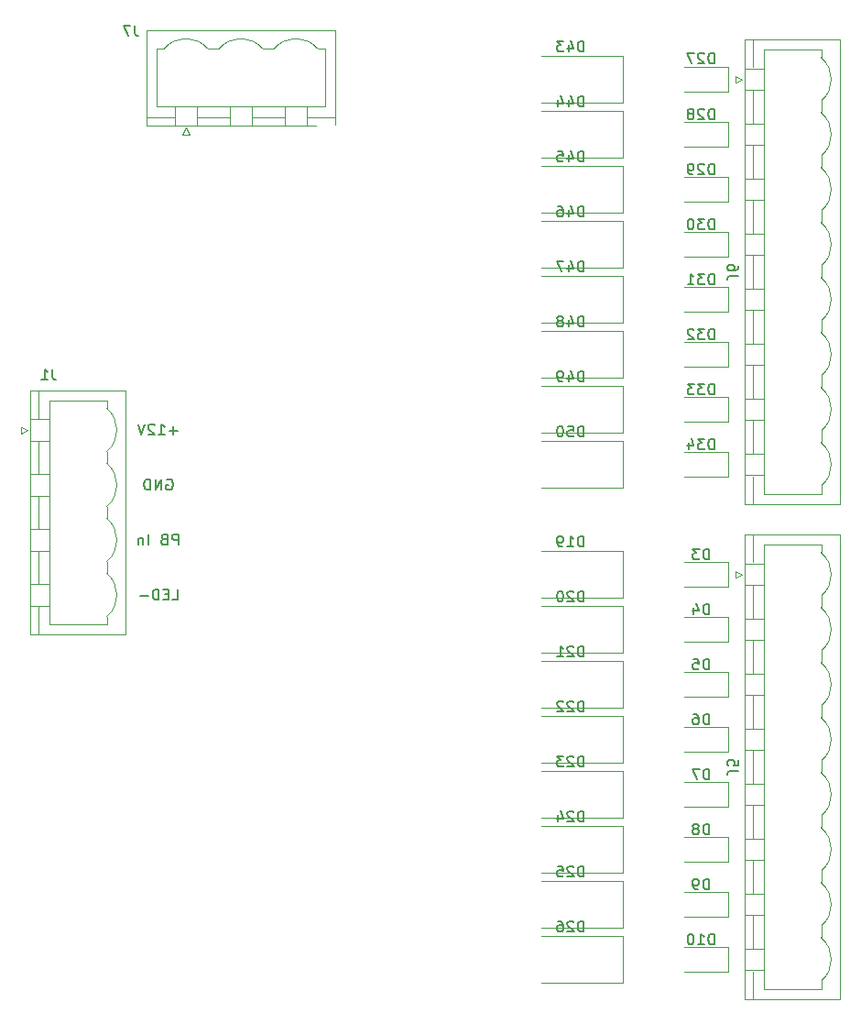
<source format=gbr>
G04 #@! TF.GenerationSoftware,KiCad,Pcbnew,(5.99.0-434-g6ad8b170c)*
G04 #@! TF.CreationDate,2019-12-07T15:10:00-08:00*
G04 #@! TF.ProjectId,R_Switch,525f5377-6974-4636-982e-6b696361645f,A*
G04 #@! TF.SameCoordinates,Original*
G04 #@! TF.FileFunction,Legend,Bot*
G04 #@! TF.FilePolarity,Positive*
%FSLAX46Y46*%
G04 Gerber Fmt 4.6, Leading zero omitted, Abs format (unit mm)*
G04 Created by KiCad (PCBNEW (5.99.0-434-g6ad8b170c)) date 2019-12-07 15:10:00*
%MOMM*%
%LPD*%
G04 APERTURE LIST*
%ADD10C,0.150000*%
%ADD11C,0.120000*%
%ADD12R,1.602000X1.152000*%
%ADD13O,1.602000X1.152000*%
%ADD14O,2.182000X3.702000*%
%ADD15C,3.302000*%
%ADD16O,2.502000X1.702000*%
%ADD17R,2.502000X1.702000*%
%ADD18O,3.702000X2.182000*%
%ADD19O,1.802000X1.802000*%
%ADD20R,1.802000X1.802000*%
%ADD21C,1.702000*%
%ADD22R,1.702000X1.702000*%
G04 APERTURE END LIST*
D10*
X93971904Y-91892380D02*
X94448095Y-91892380D01*
X94448095Y-90892380D01*
X93638571Y-91368571D02*
X93305238Y-91368571D01*
X93162380Y-91892380D02*
X93638571Y-91892380D01*
X93638571Y-90892380D01*
X93162380Y-90892380D01*
X92733809Y-91892380D02*
X92733809Y-90892380D01*
X92495714Y-90892380D01*
X92352857Y-90940000D01*
X92257619Y-91035238D01*
X92210000Y-91130476D01*
X92162380Y-91320952D01*
X92162380Y-91463809D01*
X92210000Y-91654285D01*
X92257619Y-91749523D01*
X92352857Y-91844761D01*
X92495714Y-91892380D01*
X92733809Y-91892380D01*
X91733809Y-91511428D02*
X90971904Y-91511428D01*
X94543333Y-86812380D02*
X94543333Y-85812380D01*
X94162380Y-85812380D01*
X94067142Y-85860000D01*
X94019523Y-85907619D01*
X93971904Y-86002857D01*
X93971904Y-86145714D01*
X94019523Y-86240952D01*
X94067142Y-86288571D01*
X94162380Y-86336190D01*
X94543333Y-86336190D01*
X93210000Y-86288571D02*
X93067142Y-86336190D01*
X93019523Y-86383809D01*
X92971904Y-86479047D01*
X92971904Y-86621904D01*
X93019523Y-86717142D01*
X93067142Y-86764761D01*
X93162380Y-86812380D01*
X93543333Y-86812380D01*
X93543333Y-85812380D01*
X93210000Y-85812380D01*
X93114761Y-85860000D01*
X93067142Y-85907619D01*
X93019523Y-86002857D01*
X93019523Y-86098095D01*
X93067142Y-86193333D01*
X93114761Y-86240952D01*
X93210000Y-86288571D01*
X93543333Y-86288571D01*
X91781428Y-86812380D02*
X91781428Y-85812380D01*
X91305238Y-86145714D02*
X91305238Y-86812380D01*
X91305238Y-86240952D02*
X91257619Y-86193333D01*
X91162380Y-86145714D01*
X91019523Y-86145714D01*
X90924285Y-86193333D01*
X90876666Y-86288571D01*
X90876666Y-86812380D01*
X93471904Y-80780000D02*
X93567142Y-80732380D01*
X93710000Y-80732380D01*
X93852857Y-80780000D01*
X93948095Y-80875238D01*
X93995714Y-80970476D01*
X94043333Y-81160952D01*
X94043333Y-81303809D01*
X93995714Y-81494285D01*
X93948095Y-81589523D01*
X93852857Y-81684761D01*
X93710000Y-81732380D01*
X93614761Y-81732380D01*
X93471904Y-81684761D01*
X93424285Y-81637142D01*
X93424285Y-81303809D01*
X93614761Y-81303809D01*
X92995714Y-81732380D02*
X92995714Y-80732380D01*
X92424285Y-81732380D01*
X92424285Y-80732380D01*
X91948095Y-81732380D02*
X91948095Y-80732380D01*
X91710000Y-80732380D01*
X91567142Y-80780000D01*
X91471904Y-80875238D01*
X91424285Y-80970476D01*
X91376666Y-81160952D01*
X91376666Y-81303809D01*
X91424285Y-81494285D01*
X91471904Y-81589523D01*
X91567142Y-81684761D01*
X91710000Y-81732380D01*
X91948095Y-81732380D01*
X94471904Y-76271428D02*
X93710000Y-76271428D01*
X94090952Y-76652380D02*
X94090952Y-75890476D01*
X92710000Y-76652380D02*
X93281428Y-76652380D01*
X92995714Y-76652380D02*
X92995714Y-75652380D01*
X93090952Y-75795238D01*
X93186190Y-75890476D01*
X93281428Y-75938095D01*
X92329047Y-75747619D02*
X92281428Y-75700000D01*
X92186190Y-75652380D01*
X91948095Y-75652380D01*
X91852857Y-75700000D01*
X91805238Y-75747619D01*
X91757619Y-75842857D01*
X91757619Y-75938095D01*
X91805238Y-76080952D01*
X92376666Y-76652380D01*
X91757619Y-76652380D01*
X91471904Y-75652380D02*
X91138571Y-76652380D01*
X90805238Y-75652380D01*
D11*
X94950000Y-48890000D02*
X95550000Y-48890000D01*
X95250000Y-48290000D02*
X94950000Y-48890000D01*
X95550000Y-48890000D02*
X95250000Y-48290000D01*
X108150000Y-40980000D02*
X107410000Y-40980000D01*
X108150000Y-46280000D02*
X108150000Y-40980000D01*
X92510000Y-46280000D02*
X108150000Y-46280000D01*
X92510000Y-40980000D02*
X92510000Y-46280000D01*
X93250000Y-40980000D02*
X92510000Y-40980000D01*
X102330000Y-40980000D02*
X103410000Y-40980000D01*
X97250000Y-40980000D02*
X98330000Y-40980000D01*
X106410000Y-46280000D02*
X104410000Y-46280000D01*
X106410000Y-48090000D02*
X106410000Y-46280000D01*
X104410000Y-48090000D02*
X106410000Y-48090000D01*
X104410000Y-46280000D02*
X104410000Y-48090000D01*
X101330000Y-46280000D02*
X99330000Y-46280000D01*
X101330000Y-48090000D02*
X101330000Y-46280000D01*
X99330000Y-48090000D02*
X101330000Y-48090000D01*
X99330000Y-46280000D02*
X99330000Y-48090000D01*
X96250000Y-46280000D02*
X94250000Y-46280000D01*
X96250000Y-48090000D02*
X96250000Y-46280000D01*
X94250000Y-48090000D02*
X96250000Y-48090000D01*
X94250000Y-46280000D02*
X94250000Y-48090000D01*
X101330000Y-47280000D02*
X104410000Y-47280000D01*
X96250000Y-47280000D02*
X99330000Y-47280000D01*
X109060000Y-47280000D02*
X106520000Y-47280000D01*
X91600000Y-47280000D02*
X94140000Y-47280000D01*
X109060000Y-48090000D02*
X91600000Y-48090000D01*
X109060000Y-39270000D02*
X109060000Y-48090000D01*
X91600000Y-39270000D02*
X109060000Y-39270000D01*
X91600000Y-48090000D02*
X91600000Y-39270000D01*
X107396841Y-40964179D02*
G75*
G03X103410000Y-40980000I-1986841J-1665821D01*
G01*
X102316841Y-40964179D02*
G75*
G03X98330000Y-40980000I-1986841J-1665821D01*
G01*
X97236841Y-40964179D02*
G75*
G03X93250000Y-40980000I-1986841J-1665821D01*
G01*
X146055000Y-43515000D02*
X146055000Y-44115000D01*
X146655000Y-43815000D02*
X146055000Y-43515000D01*
X146055000Y-44115000D02*
X146655000Y-43815000D01*
X153965000Y-82115000D02*
X153965000Y-81375000D01*
X148665000Y-82115000D02*
X153965000Y-82115000D01*
X148665000Y-41075000D02*
X148665000Y-82115000D01*
X153965000Y-41075000D02*
X148665000Y-41075000D01*
X153965000Y-41815000D02*
X153965000Y-41075000D01*
X153965000Y-76295000D02*
X153965000Y-77375000D01*
X153965000Y-71215000D02*
X153965000Y-72295000D01*
X153965000Y-66135000D02*
X153965000Y-67215000D01*
X153965000Y-61055000D02*
X153965000Y-62135000D01*
X153965000Y-55975000D02*
X153965000Y-57055000D01*
X153965000Y-50895000D02*
X153965000Y-51975000D01*
X153965000Y-45815000D02*
X153965000Y-46895000D01*
X148665000Y-80375000D02*
X148665000Y-78375000D01*
X146855000Y-80375000D02*
X148665000Y-80375000D01*
X146855000Y-78375000D02*
X146855000Y-80375000D01*
X148665000Y-78375000D02*
X146855000Y-78375000D01*
X148665000Y-75295000D02*
X148665000Y-73295000D01*
X146855000Y-75295000D02*
X148665000Y-75295000D01*
X146855000Y-73295000D02*
X146855000Y-75295000D01*
X148665000Y-73295000D02*
X146855000Y-73295000D01*
X148665000Y-70215000D02*
X148665000Y-68215000D01*
X146855000Y-70215000D02*
X148665000Y-70215000D01*
X146855000Y-68215000D02*
X146855000Y-70215000D01*
X148665000Y-68215000D02*
X146855000Y-68215000D01*
X148665000Y-65135000D02*
X148665000Y-63135000D01*
X146855000Y-65135000D02*
X148665000Y-65135000D01*
X146855000Y-63135000D02*
X146855000Y-65135000D01*
X148665000Y-63135000D02*
X146855000Y-63135000D01*
X148665000Y-60055000D02*
X148665000Y-58055000D01*
X146855000Y-60055000D02*
X148665000Y-60055000D01*
X146855000Y-58055000D02*
X146855000Y-60055000D01*
X148665000Y-58055000D02*
X146855000Y-58055000D01*
X148665000Y-54975000D02*
X148665000Y-52975000D01*
X146855000Y-54975000D02*
X148665000Y-54975000D01*
X146855000Y-52975000D02*
X146855000Y-54975000D01*
X148665000Y-52975000D02*
X146855000Y-52975000D01*
X148665000Y-49895000D02*
X148665000Y-47895000D01*
X146855000Y-49895000D02*
X148665000Y-49895000D01*
X146855000Y-47895000D02*
X146855000Y-49895000D01*
X148665000Y-47895000D02*
X146855000Y-47895000D01*
X148665000Y-44815000D02*
X148665000Y-42815000D01*
X146855000Y-44815000D02*
X148665000Y-44815000D01*
X146855000Y-42815000D02*
X146855000Y-44815000D01*
X148665000Y-42815000D02*
X146855000Y-42815000D01*
X147665000Y-75295000D02*
X147665000Y-78375000D01*
X147665000Y-70215000D02*
X147665000Y-73295000D01*
X147665000Y-65135000D02*
X147665000Y-68215000D01*
X147665000Y-60055000D02*
X147665000Y-63135000D01*
X147665000Y-54975000D02*
X147665000Y-58055000D01*
X147665000Y-49895000D02*
X147665000Y-52975000D01*
X147665000Y-44815000D02*
X147665000Y-47895000D01*
X147665000Y-83025000D02*
X147665000Y-80485000D01*
X147665000Y-40165000D02*
X147665000Y-42705000D01*
X146855000Y-83025000D02*
X146855000Y-40165000D01*
X155675000Y-83025000D02*
X146855000Y-83025000D01*
X155675000Y-40165000D02*
X155675000Y-83025000D01*
X146855000Y-40165000D02*
X155675000Y-40165000D01*
X153980821Y-81361841D02*
G75*
G03X153965000Y-77375000I-1665821J1986841D01*
G01*
X153980821Y-76281841D02*
G75*
G03X153965000Y-72295000I-1665821J1986841D01*
G01*
X153980821Y-71201841D02*
G75*
G03X153965000Y-67215000I-1665821J1986841D01*
G01*
X153980821Y-66121841D02*
G75*
G03X153965000Y-62135000I-1665821J1986841D01*
G01*
X153980821Y-61041841D02*
G75*
G03X153965000Y-57055000I-1665821J1986841D01*
G01*
X153980821Y-55961841D02*
G75*
G03X153965000Y-51975000I-1665821J1986841D01*
G01*
X153980821Y-50881841D02*
G75*
G03X153965000Y-46895000I-1665821J1986841D01*
G01*
X153980821Y-45801841D02*
G75*
G03X153965000Y-41815000I-1665821J1986841D01*
G01*
X146055000Y-89235000D02*
X146055000Y-89835000D01*
X146655000Y-89535000D02*
X146055000Y-89235000D01*
X146055000Y-89835000D02*
X146655000Y-89535000D01*
X153965000Y-127835000D02*
X153965000Y-127095000D01*
X148665000Y-127835000D02*
X153965000Y-127835000D01*
X148665000Y-86795000D02*
X148665000Y-127835000D01*
X153965000Y-86795000D02*
X148665000Y-86795000D01*
X153965000Y-87535000D02*
X153965000Y-86795000D01*
X153965000Y-122015000D02*
X153965000Y-123095000D01*
X153965000Y-116935000D02*
X153965000Y-118015000D01*
X153965000Y-111855000D02*
X153965000Y-112935000D01*
X153965000Y-106775000D02*
X153965000Y-107855000D01*
X153965000Y-101695000D02*
X153965000Y-102775000D01*
X153965000Y-96615000D02*
X153965000Y-97695000D01*
X153965000Y-91535000D02*
X153965000Y-92615000D01*
X148665000Y-126095000D02*
X148665000Y-124095000D01*
X146855000Y-126095000D02*
X148665000Y-126095000D01*
X146855000Y-124095000D02*
X146855000Y-126095000D01*
X148665000Y-124095000D02*
X146855000Y-124095000D01*
X148665000Y-121015000D02*
X148665000Y-119015000D01*
X146855000Y-121015000D02*
X148665000Y-121015000D01*
X146855000Y-119015000D02*
X146855000Y-121015000D01*
X148665000Y-119015000D02*
X146855000Y-119015000D01*
X148665000Y-115935000D02*
X148665000Y-113935000D01*
X146855000Y-115935000D02*
X148665000Y-115935000D01*
X146855000Y-113935000D02*
X146855000Y-115935000D01*
X148665000Y-113935000D02*
X146855000Y-113935000D01*
X148665000Y-110855000D02*
X148665000Y-108855000D01*
X146855000Y-110855000D02*
X148665000Y-110855000D01*
X146855000Y-108855000D02*
X146855000Y-110855000D01*
X148665000Y-108855000D02*
X146855000Y-108855000D01*
X148665000Y-105775000D02*
X148665000Y-103775000D01*
X146855000Y-105775000D02*
X148665000Y-105775000D01*
X146855000Y-103775000D02*
X146855000Y-105775000D01*
X148665000Y-103775000D02*
X146855000Y-103775000D01*
X148665000Y-100695000D02*
X148665000Y-98695000D01*
X146855000Y-100695000D02*
X148665000Y-100695000D01*
X146855000Y-98695000D02*
X146855000Y-100695000D01*
X148665000Y-98695000D02*
X146855000Y-98695000D01*
X148665000Y-95615000D02*
X148665000Y-93615000D01*
X146855000Y-95615000D02*
X148665000Y-95615000D01*
X146855000Y-93615000D02*
X146855000Y-95615000D01*
X148665000Y-93615000D02*
X146855000Y-93615000D01*
X148665000Y-90535000D02*
X148665000Y-88535000D01*
X146855000Y-90535000D02*
X148665000Y-90535000D01*
X146855000Y-88535000D02*
X146855000Y-90535000D01*
X148665000Y-88535000D02*
X146855000Y-88535000D01*
X147665000Y-121015000D02*
X147665000Y-124095000D01*
X147665000Y-115935000D02*
X147665000Y-119015000D01*
X147665000Y-110855000D02*
X147665000Y-113935000D01*
X147665000Y-105775000D02*
X147665000Y-108855000D01*
X147665000Y-100695000D02*
X147665000Y-103775000D01*
X147665000Y-95615000D02*
X147665000Y-98695000D01*
X147665000Y-90535000D02*
X147665000Y-93615000D01*
X147665000Y-128745000D02*
X147665000Y-126205000D01*
X147665000Y-85885000D02*
X147665000Y-88425000D01*
X146855000Y-128745000D02*
X146855000Y-85885000D01*
X155675000Y-128745000D02*
X146855000Y-128745000D01*
X155675000Y-85885000D02*
X155675000Y-128745000D01*
X146855000Y-85885000D02*
X155675000Y-85885000D01*
X153980821Y-127081841D02*
G75*
G03X153965000Y-123095000I-1665821J1986841D01*
G01*
X153980821Y-122001841D02*
G75*
G03X153965000Y-118015000I-1665821J1986841D01*
G01*
X153980821Y-116921841D02*
G75*
G03X153965000Y-112935000I-1665821J1986841D01*
G01*
X153980821Y-111841841D02*
G75*
G03X153965000Y-107855000I-1665821J1986841D01*
G01*
X153980821Y-106761841D02*
G75*
G03X153965000Y-102775000I-1665821J1986841D01*
G01*
X153980821Y-101681841D02*
G75*
G03X153965000Y-97695000I-1665821J1986841D01*
G01*
X153980821Y-96601841D02*
G75*
G03X153965000Y-92615000I-1665821J1986841D01*
G01*
X153980821Y-91521841D02*
G75*
G03X153965000Y-87535000I-1665821J1986841D01*
G01*
X80015000Y-75900000D02*
X80015000Y-76500000D01*
X80615000Y-76200000D02*
X80015000Y-75900000D01*
X80015000Y-76500000D02*
X80615000Y-76200000D01*
X87925000Y-94180000D02*
X87925000Y-93440000D01*
X82625000Y-94180000D02*
X87925000Y-94180000D01*
X82625000Y-73460000D02*
X82625000Y-94180000D01*
X87925000Y-73460000D02*
X82625000Y-73460000D01*
X87925000Y-74200000D02*
X87925000Y-73460000D01*
X87925000Y-88360000D02*
X87925000Y-89440000D01*
X87925000Y-83280000D02*
X87925000Y-84360000D01*
X87925000Y-78200000D02*
X87925000Y-79280000D01*
X82625000Y-92440000D02*
X82625000Y-90440000D01*
X80815000Y-92440000D02*
X82625000Y-92440000D01*
X80815000Y-90440000D02*
X80815000Y-92440000D01*
X82625000Y-90440000D02*
X80815000Y-90440000D01*
X82625000Y-87360000D02*
X82625000Y-85360000D01*
X80815000Y-87360000D02*
X82625000Y-87360000D01*
X80815000Y-85360000D02*
X80815000Y-87360000D01*
X82625000Y-85360000D02*
X80815000Y-85360000D01*
X82625000Y-82280000D02*
X82625000Y-80280000D01*
X80815000Y-82280000D02*
X82625000Y-82280000D01*
X80815000Y-80280000D02*
X80815000Y-82280000D01*
X82625000Y-80280000D02*
X80815000Y-80280000D01*
X82625000Y-77200000D02*
X82625000Y-75200000D01*
X80815000Y-77200000D02*
X82625000Y-77200000D01*
X80815000Y-75200000D02*
X80815000Y-77200000D01*
X82625000Y-75200000D02*
X80815000Y-75200000D01*
X81625000Y-87360000D02*
X81625000Y-90440000D01*
X81625000Y-82280000D02*
X81625000Y-85360000D01*
X81625000Y-77200000D02*
X81625000Y-80280000D01*
X81625000Y-95090000D02*
X81625000Y-92550000D01*
X81625000Y-72550000D02*
X81625000Y-75090000D01*
X80815000Y-95090000D02*
X80815000Y-72550000D01*
X89635000Y-95090000D02*
X80815000Y-95090000D01*
X89635000Y-72550000D02*
X89635000Y-95090000D01*
X80815000Y-72550000D02*
X89635000Y-72550000D01*
X87940821Y-93426841D02*
G75*
G03X87925000Y-89440000I-1665821J1986841D01*
G01*
X87940821Y-88346841D02*
G75*
G03X87925000Y-84360000I-1665821J1986841D01*
G01*
X87940821Y-83266841D02*
G75*
G03X87925000Y-79280000I-1665821J1986841D01*
G01*
X87940821Y-78186841D02*
G75*
G03X87925000Y-74200000I-1665821J1986841D01*
G01*
X135660000Y-77225000D02*
X128110000Y-77225000D01*
X135660000Y-81525000D02*
X128110000Y-81525000D01*
X135660000Y-77225000D02*
X135660000Y-81525000D01*
X135660000Y-72145000D02*
X128110000Y-72145000D01*
X135660000Y-76445000D02*
X128110000Y-76445000D01*
X135660000Y-72145000D02*
X135660000Y-76445000D01*
X135660000Y-67065000D02*
X128110000Y-67065000D01*
X135660000Y-71365000D02*
X128110000Y-71365000D01*
X135660000Y-67065000D02*
X135660000Y-71365000D01*
X135660000Y-61985000D02*
X128110000Y-61985000D01*
X135660000Y-66285000D02*
X128110000Y-66285000D01*
X135660000Y-61985000D02*
X135660000Y-66285000D01*
X135660000Y-56905000D02*
X128110000Y-56905000D01*
X135660000Y-61205000D02*
X128110000Y-61205000D01*
X135660000Y-56905000D02*
X135660000Y-61205000D01*
X135660000Y-51825000D02*
X128110000Y-51825000D01*
X135660000Y-56125000D02*
X128110000Y-56125000D01*
X135660000Y-51825000D02*
X135660000Y-56125000D01*
X135660000Y-46745000D02*
X128110000Y-46745000D01*
X135660000Y-51045000D02*
X128110000Y-51045000D01*
X135660000Y-46745000D02*
X135660000Y-51045000D01*
X135660000Y-41665000D02*
X128110000Y-41665000D01*
X135660000Y-45965000D02*
X128110000Y-45965000D01*
X135660000Y-41665000D02*
X135660000Y-45965000D01*
X145335000Y-80510000D02*
X141275000Y-80510000D01*
X145335000Y-78240000D02*
X145335000Y-80510000D01*
X141275000Y-78240000D02*
X145335000Y-78240000D01*
X145335000Y-75430000D02*
X141275000Y-75430000D01*
X145335000Y-73160000D02*
X145335000Y-75430000D01*
X141275000Y-73160000D02*
X145335000Y-73160000D01*
X145335000Y-70350000D02*
X141275000Y-70350000D01*
X145335000Y-68080000D02*
X145335000Y-70350000D01*
X141275000Y-68080000D02*
X145335000Y-68080000D01*
X145335000Y-65270000D02*
X141275000Y-65270000D01*
X145335000Y-63000000D02*
X145335000Y-65270000D01*
X141275000Y-63000000D02*
X145335000Y-63000000D01*
X145335000Y-60190000D02*
X141275000Y-60190000D01*
X145335000Y-57920000D02*
X145335000Y-60190000D01*
X141275000Y-57920000D02*
X145335000Y-57920000D01*
X145335000Y-55110000D02*
X141275000Y-55110000D01*
X145335000Y-52840000D02*
X145335000Y-55110000D01*
X141275000Y-52840000D02*
X145335000Y-52840000D01*
X145335000Y-50030000D02*
X141275000Y-50030000D01*
X145335000Y-47760000D02*
X145335000Y-50030000D01*
X141275000Y-47760000D02*
X145335000Y-47760000D01*
X145335000Y-44950000D02*
X141275000Y-44950000D01*
X145335000Y-42680000D02*
X145335000Y-44950000D01*
X141275000Y-42680000D02*
X145335000Y-42680000D01*
X135660000Y-122945000D02*
X128110000Y-122945000D01*
X135660000Y-127245000D02*
X128110000Y-127245000D01*
X135660000Y-122945000D02*
X135660000Y-127245000D01*
X135660000Y-117865000D02*
X128110000Y-117865000D01*
X135660000Y-122165000D02*
X128110000Y-122165000D01*
X135660000Y-117865000D02*
X135660000Y-122165000D01*
X135660000Y-112785000D02*
X128110000Y-112785000D01*
X135660000Y-117085000D02*
X128110000Y-117085000D01*
X135660000Y-112785000D02*
X135660000Y-117085000D01*
X135660000Y-107705000D02*
X128110000Y-107705000D01*
X135660000Y-112005000D02*
X128110000Y-112005000D01*
X135660000Y-107705000D02*
X135660000Y-112005000D01*
X135660000Y-102625000D02*
X128110000Y-102625000D01*
X135660000Y-106925000D02*
X128110000Y-106925000D01*
X135660000Y-102625000D02*
X135660000Y-106925000D01*
X135660000Y-97545000D02*
X128110000Y-97545000D01*
X135660000Y-101845000D02*
X128110000Y-101845000D01*
X135660000Y-97545000D02*
X135660000Y-101845000D01*
X135660000Y-92465000D02*
X128110000Y-92465000D01*
X135660000Y-96765000D02*
X128110000Y-96765000D01*
X135660000Y-92465000D02*
X135660000Y-96765000D01*
X135660000Y-87385000D02*
X128110000Y-87385000D01*
X135660000Y-91685000D02*
X128110000Y-91685000D01*
X135660000Y-87385000D02*
X135660000Y-91685000D01*
X145335000Y-126230000D02*
X141275000Y-126230000D01*
X145335000Y-123960000D02*
X145335000Y-126230000D01*
X141275000Y-123960000D02*
X145335000Y-123960000D01*
X145335000Y-121150000D02*
X141275000Y-121150000D01*
X145335000Y-118880000D02*
X145335000Y-121150000D01*
X141275000Y-118880000D02*
X145335000Y-118880000D01*
X145335000Y-116070000D02*
X141275000Y-116070000D01*
X145335000Y-113800000D02*
X145335000Y-116070000D01*
X141275000Y-113800000D02*
X145335000Y-113800000D01*
X145335000Y-110990000D02*
X141275000Y-110990000D01*
X145335000Y-108720000D02*
X145335000Y-110990000D01*
X141275000Y-108720000D02*
X145335000Y-108720000D01*
X145335000Y-105910000D02*
X141275000Y-105910000D01*
X145335000Y-103640000D02*
X145335000Y-105910000D01*
X141275000Y-103640000D02*
X145335000Y-103640000D01*
X145335000Y-100830000D02*
X141275000Y-100830000D01*
X145335000Y-98560000D02*
X145335000Y-100830000D01*
X141275000Y-98560000D02*
X145335000Y-98560000D01*
X145335000Y-95750000D02*
X141275000Y-95750000D01*
X145335000Y-93480000D02*
X145335000Y-95750000D01*
X141275000Y-93480000D02*
X145335000Y-93480000D01*
X145335000Y-90670000D02*
X141275000Y-90670000D01*
X145335000Y-88400000D02*
X145335000Y-90670000D01*
X141275000Y-88400000D02*
X145335000Y-88400000D01*
D10*
X90503333Y-38822380D02*
X90503333Y-39536666D01*
X90550952Y-39679523D01*
X90646190Y-39774761D01*
X90789047Y-39822380D01*
X90884285Y-39822380D01*
X90122380Y-38822380D02*
X89455714Y-38822380D01*
X89884285Y-39822380D01*
X146312619Y-61928333D02*
X145598333Y-61928333D01*
X145455476Y-61975952D01*
X145360238Y-62071190D01*
X145312619Y-62214047D01*
X145312619Y-62309285D01*
X146312619Y-61023571D02*
X146312619Y-61214047D01*
X146265000Y-61309285D01*
X146217380Y-61356904D01*
X146074523Y-61452142D01*
X145884047Y-61499761D01*
X145503095Y-61499761D01*
X145407857Y-61452142D01*
X145360238Y-61404523D01*
X145312619Y-61309285D01*
X145312619Y-61118809D01*
X145360238Y-61023571D01*
X145407857Y-60975952D01*
X145503095Y-60928333D01*
X145741190Y-60928333D01*
X145836428Y-60975952D01*
X145884047Y-61023571D01*
X145931666Y-61118809D01*
X145931666Y-61309285D01*
X145884047Y-61404523D01*
X145836428Y-61452142D01*
X145741190Y-61499761D01*
X146312619Y-107648333D02*
X145598333Y-107648333D01*
X145455476Y-107695952D01*
X145360238Y-107791190D01*
X145312619Y-107934047D01*
X145312619Y-108029285D01*
X146312619Y-106695952D02*
X146312619Y-107172142D01*
X145836428Y-107219761D01*
X145884047Y-107172142D01*
X145931666Y-107076904D01*
X145931666Y-106838809D01*
X145884047Y-106743571D01*
X145836428Y-106695952D01*
X145741190Y-106648333D01*
X145503095Y-106648333D01*
X145407857Y-106695952D01*
X145360238Y-106743571D01*
X145312619Y-106838809D01*
X145312619Y-107076904D01*
X145360238Y-107172142D01*
X145407857Y-107219761D01*
X82883333Y-70572380D02*
X82883333Y-71286666D01*
X82930952Y-71429523D01*
X83026190Y-71524761D01*
X83169047Y-71572380D01*
X83264285Y-71572380D01*
X81883333Y-71572380D02*
X82454761Y-71572380D01*
X82169047Y-71572380D02*
X82169047Y-70572380D01*
X82264285Y-70715238D01*
X82359523Y-70810476D01*
X82454761Y-70858095D01*
X132024285Y-76827380D02*
X132024285Y-75827380D01*
X131786190Y-75827380D01*
X131643333Y-75875000D01*
X131548095Y-75970238D01*
X131500476Y-76065476D01*
X131452857Y-76255952D01*
X131452857Y-76398809D01*
X131500476Y-76589285D01*
X131548095Y-76684523D01*
X131643333Y-76779761D01*
X131786190Y-76827380D01*
X132024285Y-76827380D01*
X130548095Y-75827380D02*
X131024285Y-75827380D01*
X131071904Y-76303571D01*
X131024285Y-76255952D01*
X130929047Y-76208333D01*
X130690952Y-76208333D01*
X130595714Y-76255952D01*
X130548095Y-76303571D01*
X130500476Y-76398809D01*
X130500476Y-76636904D01*
X130548095Y-76732142D01*
X130595714Y-76779761D01*
X130690952Y-76827380D01*
X130929047Y-76827380D01*
X131024285Y-76779761D01*
X131071904Y-76732142D01*
X129881428Y-75827380D02*
X129786190Y-75827380D01*
X129690952Y-75875000D01*
X129643333Y-75922619D01*
X129595714Y-76017857D01*
X129548095Y-76208333D01*
X129548095Y-76446428D01*
X129595714Y-76636904D01*
X129643333Y-76732142D01*
X129690952Y-76779761D01*
X129786190Y-76827380D01*
X129881428Y-76827380D01*
X129976666Y-76779761D01*
X130024285Y-76732142D01*
X130071904Y-76636904D01*
X130119523Y-76446428D01*
X130119523Y-76208333D01*
X130071904Y-76017857D01*
X130024285Y-75922619D01*
X129976666Y-75875000D01*
X129881428Y-75827380D01*
X132024285Y-71747380D02*
X132024285Y-70747380D01*
X131786190Y-70747380D01*
X131643333Y-70795000D01*
X131548095Y-70890238D01*
X131500476Y-70985476D01*
X131452857Y-71175952D01*
X131452857Y-71318809D01*
X131500476Y-71509285D01*
X131548095Y-71604523D01*
X131643333Y-71699761D01*
X131786190Y-71747380D01*
X132024285Y-71747380D01*
X130595714Y-71080714D02*
X130595714Y-71747380D01*
X130833809Y-70699761D02*
X131071904Y-71414047D01*
X130452857Y-71414047D01*
X130024285Y-71747380D02*
X129833809Y-71747380D01*
X129738571Y-71699761D01*
X129690952Y-71652142D01*
X129595714Y-71509285D01*
X129548095Y-71318809D01*
X129548095Y-70937857D01*
X129595714Y-70842619D01*
X129643333Y-70795000D01*
X129738571Y-70747380D01*
X129929047Y-70747380D01*
X130024285Y-70795000D01*
X130071904Y-70842619D01*
X130119523Y-70937857D01*
X130119523Y-71175952D01*
X130071904Y-71271190D01*
X130024285Y-71318809D01*
X129929047Y-71366428D01*
X129738571Y-71366428D01*
X129643333Y-71318809D01*
X129595714Y-71271190D01*
X129548095Y-71175952D01*
X132024285Y-66667380D02*
X132024285Y-65667380D01*
X131786190Y-65667380D01*
X131643333Y-65715000D01*
X131548095Y-65810238D01*
X131500476Y-65905476D01*
X131452857Y-66095952D01*
X131452857Y-66238809D01*
X131500476Y-66429285D01*
X131548095Y-66524523D01*
X131643333Y-66619761D01*
X131786190Y-66667380D01*
X132024285Y-66667380D01*
X130595714Y-66000714D02*
X130595714Y-66667380D01*
X130833809Y-65619761D02*
X131071904Y-66334047D01*
X130452857Y-66334047D01*
X129929047Y-66095952D02*
X130024285Y-66048333D01*
X130071904Y-66000714D01*
X130119523Y-65905476D01*
X130119523Y-65857857D01*
X130071904Y-65762619D01*
X130024285Y-65715000D01*
X129929047Y-65667380D01*
X129738571Y-65667380D01*
X129643333Y-65715000D01*
X129595714Y-65762619D01*
X129548095Y-65857857D01*
X129548095Y-65905476D01*
X129595714Y-66000714D01*
X129643333Y-66048333D01*
X129738571Y-66095952D01*
X129929047Y-66095952D01*
X130024285Y-66143571D01*
X130071904Y-66191190D01*
X130119523Y-66286428D01*
X130119523Y-66476904D01*
X130071904Y-66572142D01*
X130024285Y-66619761D01*
X129929047Y-66667380D01*
X129738571Y-66667380D01*
X129643333Y-66619761D01*
X129595714Y-66572142D01*
X129548095Y-66476904D01*
X129548095Y-66286428D01*
X129595714Y-66191190D01*
X129643333Y-66143571D01*
X129738571Y-66095952D01*
X132024285Y-61587380D02*
X132024285Y-60587380D01*
X131786190Y-60587380D01*
X131643333Y-60635000D01*
X131548095Y-60730238D01*
X131500476Y-60825476D01*
X131452857Y-61015952D01*
X131452857Y-61158809D01*
X131500476Y-61349285D01*
X131548095Y-61444523D01*
X131643333Y-61539761D01*
X131786190Y-61587380D01*
X132024285Y-61587380D01*
X130595714Y-60920714D02*
X130595714Y-61587380D01*
X130833809Y-60539761D02*
X131071904Y-61254047D01*
X130452857Y-61254047D01*
X130167142Y-60587380D02*
X129500476Y-60587380D01*
X129929047Y-61587380D01*
X132024285Y-56507380D02*
X132024285Y-55507380D01*
X131786190Y-55507380D01*
X131643333Y-55555000D01*
X131548095Y-55650238D01*
X131500476Y-55745476D01*
X131452857Y-55935952D01*
X131452857Y-56078809D01*
X131500476Y-56269285D01*
X131548095Y-56364523D01*
X131643333Y-56459761D01*
X131786190Y-56507380D01*
X132024285Y-56507380D01*
X130595714Y-55840714D02*
X130595714Y-56507380D01*
X130833809Y-55459761D02*
X131071904Y-56174047D01*
X130452857Y-56174047D01*
X129643333Y-55507380D02*
X129833809Y-55507380D01*
X129929047Y-55555000D01*
X129976666Y-55602619D01*
X130071904Y-55745476D01*
X130119523Y-55935952D01*
X130119523Y-56316904D01*
X130071904Y-56412142D01*
X130024285Y-56459761D01*
X129929047Y-56507380D01*
X129738571Y-56507380D01*
X129643333Y-56459761D01*
X129595714Y-56412142D01*
X129548095Y-56316904D01*
X129548095Y-56078809D01*
X129595714Y-55983571D01*
X129643333Y-55935952D01*
X129738571Y-55888333D01*
X129929047Y-55888333D01*
X130024285Y-55935952D01*
X130071904Y-55983571D01*
X130119523Y-56078809D01*
X132024285Y-51427380D02*
X132024285Y-50427380D01*
X131786190Y-50427380D01*
X131643333Y-50475000D01*
X131548095Y-50570238D01*
X131500476Y-50665476D01*
X131452857Y-50855952D01*
X131452857Y-50998809D01*
X131500476Y-51189285D01*
X131548095Y-51284523D01*
X131643333Y-51379761D01*
X131786190Y-51427380D01*
X132024285Y-51427380D01*
X130595714Y-50760714D02*
X130595714Y-51427380D01*
X130833809Y-50379761D02*
X131071904Y-51094047D01*
X130452857Y-51094047D01*
X129595714Y-50427380D02*
X130071904Y-50427380D01*
X130119523Y-50903571D01*
X130071904Y-50855952D01*
X129976666Y-50808333D01*
X129738571Y-50808333D01*
X129643333Y-50855952D01*
X129595714Y-50903571D01*
X129548095Y-50998809D01*
X129548095Y-51236904D01*
X129595714Y-51332142D01*
X129643333Y-51379761D01*
X129738571Y-51427380D01*
X129976666Y-51427380D01*
X130071904Y-51379761D01*
X130119523Y-51332142D01*
X132024285Y-46347380D02*
X132024285Y-45347380D01*
X131786190Y-45347380D01*
X131643333Y-45395000D01*
X131548095Y-45490238D01*
X131500476Y-45585476D01*
X131452857Y-45775952D01*
X131452857Y-45918809D01*
X131500476Y-46109285D01*
X131548095Y-46204523D01*
X131643333Y-46299761D01*
X131786190Y-46347380D01*
X132024285Y-46347380D01*
X130595714Y-45680714D02*
X130595714Y-46347380D01*
X130833809Y-45299761D02*
X131071904Y-46014047D01*
X130452857Y-46014047D01*
X129643333Y-45680714D02*
X129643333Y-46347380D01*
X129881428Y-45299761D02*
X130119523Y-46014047D01*
X129500476Y-46014047D01*
X132024285Y-41267380D02*
X132024285Y-40267380D01*
X131786190Y-40267380D01*
X131643333Y-40315000D01*
X131548095Y-40410238D01*
X131500476Y-40505476D01*
X131452857Y-40695952D01*
X131452857Y-40838809D01*
X131500476Y-41029285D01*
X131548095Y-41124523D01*
X131643333Y-41219761D01*
X131786190Y-41267380D01*
X132024285Y-41267380D01*
X130595714Y-40600714D02*
X130595714Y-41267380D01*
X130833809Y-40219761D02*
X131071904Y-40934047D01*
X130452857Y-40934047D01*
X130167142Y-40267380D02*
X129548095Y-40267380D01*
X129881428Y-40648333D01*
X129738571Y-40648333D01*
X129643333Y-40695952D01*
X129595714Y-40743571D01*
X129548095Y-40838809D01*
X129548095Y-41076904D01*
X129595714Y-41172142D01*
X129643333Y-41219761D01*
X129738571Y-41267380D01*
X130024285Y-41267380D01*
X130119523Y-41219761D01*
X130167142Y-41172142D01*
X144089285Y-78007380D02*
X144089285Y-77007380D01*
X143851190Y-77007380D01*
X143708333Y-77055000D01*
X143613095Y-77150238D01*
X143565476Y-77245476D01*
X143517857Y-77435952D01*
X143517857Y-77578809D01*
X143565476Y-77769285D01*
X143613095Y-77864523D01*
X143708333Y-77959761D01*
X143851190Y-78007380D01*
X144089285Y-78007380D01*
X143184523Y-77007380D02*
X142565476Y-77007380D01*
X142898809Y-77388333D01*
X142755952Y-77388333D01*
X142660714Y-77435952D01*
X142613095Y-77483571D01*
X142565476Y-77578809D01*
X142565476Y-77816904D01*
X142613095Y-77912142D01*
X142660714Y-77959761D01*
X142755952Y-78007380D01*
X143041666Y-78007380D01*
X143136904Y-77959761D01*
X143184523Y-77912142D01*
X141708333Y-77340714D02*
X141708333Y-78007380D01*
X141946428Y-76959761D02*
X142184523Y-77674047D01*
X141565476Y-77674047D01*
X144089285Y-72927380D02*
X144089285Y-71927380D01*
X143851190Y-71927380D01*
X143708333Y-71975000D01*
X143613095Y-72070238D01*
X143565476Y-72165476D01*
X143517857Y-72355952D01*
X143517857Y-72498809D01*
X143565476Y-72689285D01*
X143613095Y-72784523D01*
X143708333Y-72879761D01*
X143851190Y-72927380D01*
X144089285Y-72927380D01*
X143184523Y-71927380D02*
X142565476Y-71927380D01*
X142898809Y-72308333D01*
X142755952Y-72308333D01*
X142660714Y-72355952D01*
X142613095Y-72403571D01*
X142565476Y-72498809D01*
X142565476Y-72736904D01*
X142613095Y-72832142D01*
X142660714Y-72879761D01*
X142755952Y-72927380D01*
X143041666Y-72927380D01*
X143136904Y-72879761D01*
X143184523Y-72832142D01*
X142232142Y-71927380D02*
X141613095Y-71927380D01*
X141946428Y-72308333D01*
X141803571Y-72308333D01*
X141708333Y-72355952D01*
X141660714Y-72403571D01*
X141613095Y-72498809D01*
X141613095Y-72736904D01*
X141660714Y-72832142D01*
X141708333Y-72879761D01*
X141803571Y-72927380D01*
X142089285Y-72927380D01*
X142184523Y-72879761D01*
X142232142Y-72832142D01*
X144089285Y-67847380D02*
X144089285Y-66847380D01*
X143851190Y-66847380D01*
X143708333Y-66895000D01*
X143613095Y-66990238D01*
X143565476Y-67085476D01*
X143517857Y-67275952D01*
X143517857Y-67418809D01*
X143565476Y-67609285D01*
X143613095Y-67704523D01*
X143708333Y-67799761D01*
X143851190Y-67847380D01*
X144089285Y-67847380D01*
X143184523Y-66847380D02*
X142565476Y-66847380D01*
X142898809Y-67228333D01*
X142755952Y-67228333D01*
X142660714Y-67275952D01*
X142613095Y-67323571D01*
X142565476Y-67418809D01*
X142565476Y-67656904D01*
X142613095Y-67752142D01*
X142660714Y-67799761D01*
X142755952Y-67847380D01*
X143041666Y-67847380D01*
X143136904Y-67799761D01*
X143184523Y-67752142D01*
X142184523Y-66942619D02*
X142136904Y-66895000D01*
X142041666Y-66847380D01*
X141803571Y-66847380D01*
X141708333Y-66895000D01*
X141660714Y-66942619D01*
X141613095Y-67037857D01*
X141613095Y-67133095D01*
X141660714Y-67275952D01*
X142232142Y-67847380D01*
X141613095Y-67847380D01*
X144089285Y-62767380D02*
X144089285Y-61767380D01*
X143851190Y-61767380D01*
X143708333Y-61815000D01*
X143613095Y-61910238D01*
X143565476Y-62005476D01*
X143517857Y-62195952D01*
X143517857Y-62338809D01*
X143565476Y-62529285D01*
X143613095Y-62624523D01*
X143708333Y-62719761D01*
X143851190Y-62767380D01*
X144089285Y-62767380D01*
X143184523Y-61767380D02*
X142565476Y-61767380D01*
X142898809Y-62148333D01*
X142755952Y-62148333D01*
X142660714Y-62195952D01*
X142613095Y-62243571D01*
X142565476Y-62338809D01*
X142565476Y-62576904D01*
X142613095Y-62672142D01*
X142660714Y-62719761D01*
X142755952Y-62767380D01*
X143041666Y-62767380D01*
X143136904Y-62719761D01*
X143184523Y-62672142D01*
X141613095Y-62767380D02*
X142184523Y-62767380D01*
X141898809Y-62767380D02*
X141898809Y-61767380D01*
X141994047Y-61910238D01*
X142089285Y-62005476D01*
X142184523Y-62053095D01*
X144089285Y-57687380D02*
X144089285Y-56687380D01*
X143851190Y-56687380D01*
X143708333Y-56735000D01*
X143613095Y-56830238D01*
X143565476Y-56925476D01*
X143517857Y-57115952D01*
X143517857Y-57258809D01*
X143565476Y-57449285D01*
X143613095Y-57544523D01*
X143708333Y-57639761D01*
X143851190Y-57687380D01*
X144089285Y-57687380D01*
X143184523Y-56687380D02*
X142565476Y-56687380D01*
X142898809Y-57068333D01*
X142755952Y-57068333D01*
X142660714Y-57115952D01*
X142613095Y-57163571D01*
X142565476Y-57258809D01*
X142565476Y-57496904D01*
X142613095Y-57592142D01*
X142660714Y-57639761D01*
X142755952Y-57687380D01*
X143041666Y-57687380D01*
X143136904Y-57639761D01*
X143184523Y-57592142D01*
X141946428Y-56687380D02*
X141851190Y-56687380D01*
X141755952Y-56735000D01*
X141708333Y-56782619D01*
X141660714Y-56877857D01*
X141613095Y-57068333D01*
X141613095Y-57306428D01*
X141660714Y-57496904D01*
X141708333Y-57592142D01*
X141755952Y-57639761D01*
X141851190Y-57687380D01*
X141946428Y-57687380D01*
X142041666Y-57639761D01*
X142089285Y-57592142D01*
X142136904Y-57496904D01*
X142184523Y-57306428D01*
X142184523Y-57068333D01*
X142136904Y-56877857D01*
X142089285Y-56782619D01*
X142041666Y-56735000D01*
X141946428Y-56687380D01*
X144089285Y-52607380D02*
X144089285Y-51607380D01*
X143851190Y-51607380D01*
X143708333Y-51655000D01*
X143613095Y-51750238D01*
X143565476Y-51845476D01*
X143517857Y-52035952D01*
X143517857Y-52178809D01*
X143565476Y-52369285D01*
X143613095Y-52464523D01*
X143708333Y-52559761D01*
X143851190Y-52607380D01*
X144089285Y-52607380D01*
X143136904Y-51702619D02*
X143089285Y-51655000D01*
X142994047Y-51607380D01*
X142755952Y-51607380D01*
X142660714Y-51655000D01*
X142613095Y-51702619D01*
X142565476Y-51797857D01*
X142565476Y-51893095D01*
X142613095Y-52035952D01*
X143184523Y-52607380D01*
X142565476Y-52607380D01*
X142089285Y-52607380D02*
X141898809Y-52607380D01*
X141803571Y-52559761D01*
X141755952Y-52512142D01*
X141660714Y-52369285D01*
X141613095Y-52178809D01*
X141613095Y-51797857D01*
X141660714Y-51702619D01*
X141708333Y-51655000D01*
X141803571Y-51607380D01*
X141994047Y-51607380D01*
X142089285Y-51655000D01*
X142136904Y-51702619D01*
X142184523Y-51797857D01*
X142184523Y-52035952D01*
X142136904Y-52131190D01*
X142089285Y-52178809D01*
X141994047Y-52226428D01*
X141803571Y-52226428D01*
X141708333Y-52178809D01*
X141660714Y-52131190D01*
X141613095Y-52035952D01*
X144089285Y-47527380D02*
X144089285Y-46527380D01*
X143851190Y-46527380D01*
X143708333Y-46575000D01*
X143613095Y-46670238D01*
X143565476Y-46765476D01*
X143517857Y-46955952D01*
X143517857Y-47098809D01*
X143565476Y-47289285D01*
X143613095Y-47384523D01*
X143708333Y-47479761D01*
X143851190Y-47527380D01*
X144089285Y-47527380D01*
X143136904Y-46622619D02*
X143089285Y-46575000D01*
X142994047Y-46527380D01*
X142755952Y-46527380D01*
X142660714Y-46575000D01*
X142613095Y-46622619D01*
X142565476Y-46717857D01*
X142565476Y-46813095D01*
X142613095Y-46955952D01*
X143184523Y-47527380D01*
X142565476Y-47527380D01*
X141994047Y-46955952D02*
X142089285Y-46908333D01*
X142136904Y-46860714D01*
X142184523Y-46765476D01*
X142184523Y-46717857D01*
X142136904Y-46622619D01*
X142089285Y-46575000D01*
X141994047Y-46527380D01*
X141803571Y-46527380D01*
X141708333Y-46575000D01*
X141660714Y-46622619D01*
X141613095Y-46717857D01*
X141613095Y-46765476D01*
X141660714Y-46860714D01*
X141708333Y-46908333D01*
X141803571Y-46955952D01*
X141994047Y-46955952D01*
X142089285Y-47003571D01*
X142136904Y-47051190D01*
X142184523Y-47146428D01*
X142184523Y-47336904D01*
X142136904Y-47432142D01*
X142089285Y-47479761D01*
X141994047Y-47527380D01*
X141803571Y-47527380D01*
X141708333Y-47479761D01*
X141660714Y-47432142D01*
X141613095Y-47336904D01*
X141613095Y-47146428D01*
X141660714Y-47051190D01*
X141708333Y-47003571D01*
X141803571Y-46955952D01*
X144089285Y-42362380D02*
X144089285Y-41362380D01*
X143851190Y-41362380D01*
X143708333Y-41410000D01*
X143613095Y-41505238D01*
X143565476Y-41600476D01*
X143517857Y-41790952D01*
X143517857Y-41933809D01*
X143565476Y-42124285D01*
X143613095Y-42219523D01*
X143708333Y-42314761D01*
X143851190Y-42362380D01*
X144089285Y-42362380D01*
X143136904Y-41457619D02*
X143089285Y-41410000D01*
X142994047Y-41362380D01*
X142755952Y-41362380D01*
X142660714Y-41410000D01*
X142613095Y-41457619D01*
X142565476Y-41552857D01*
X142565476Y-41648095D01*
X142613095Y-41790952D01*
X143184523Y-42362380D01*
X142565476Y-42362380D01*
X142232142Y-41362380D02*
X141565476Y-41362380D01*
X141994047Y-42362380D01*
X132024285Y-122547380D02*
X132024285Y-121547380D01*
X131786190Y-121547380D01*
X131643333Y-121595000D01*
X131548095Y-121690238D01*
X131500476Y-121785476D01*
X131452857Y-121975952D01*
X131452857Y-122118809D01*
X131500476Y-122309285D01*
X131548095Y-122404523D01*
X131643333Y-122499761D01*
X131786190Y-122547380D01*
X132024285Y-122547380D01*
X131071904Y-121642619D02*
X131024285Y-121595000D01*
X130929047Y-121547380D01*
X130690952Y-121547380D01*
X130595714Y-121595000D01*
X130548095Y-121642619D01*
X130500476Y-121737857D01*
X130500476Y-121833095D01*
X130548095Y-121975952D01*
X131119523Y-122547380D01*
X130500476Y-122547380D01*
X129643333Y-121547380D02*
X129833809Y-121547380D01*
X129929047Y-121595000D01*
X129976666Y-121642619D01*
X130071904Y-121785476D01*
X130119523Y-121975952D01*
X130119523Y-122356904D01*
X130071904Y-122452142D01*
X130024285Y-122499761D01*
X129929047Y-122547380D01*
X129738571Y-122547380D01*
X129643333Y-122499761D01*
X129595714Y-122452142D01*
X129548095Y-122356904D01*
X129548095Y-122118809D01*
X129595714Y-122023571D01*
X129643333Y-121975952D01*
X129738571Y-121928333D01*
X129929047Y-121928333D01*
X130024285Y-121975952D01*
X130071904Y-122023571D01*
X130119523Y-122118809D01*
X132024285Y-117467380D02*
X132024285Y-116467380D01*
X131786190Y-116467380D01*
X131643333Y-116515000D01*
X131548095Y-116610238D01*
X131500476Y-116705476D01*
X131452857Y-116895952D01*
X131452857Y-117038809D01*
X131500476Y-117229285D01*
X131548095Y-117324523D01*
X131643333Y-117419761D01*
X131786190Y-117467380D01*
X132024285Y-117467380D01*
X131071904Y-116562619D02*
X131024285Y-116515000D01*
X130929047Y-116467380D01*
X130690952Y-116467380D01*
X130595714Y-116515000D01*
X130548095Y-116562619D01*
X130500476Y-116657857D01*
X130500476Y-116753095D01*
X130548095Y-116895952D01*
X131119523Y-117467380D01*
X130500476Y-117467380D01*
X129595714Y-116467380D02*
X130071904Y-116467380D01*
X130119523Y-116943571D01*
X130071904Y-116895952D01*
X129976666Y-116848333D01*
X129738571Y-116848333D01*
X129643333Y-116895952D01*
X129595714Y-116943571D01*
X129548095Y-117038809D01*
X129548095Y-117276904D01*
X129595714Y-117372142D01*
X129643333Y-117419761D01*
X129738571Y-117467380D01*
X129976666Y-117467380D01*
X130071904Y-117419761D01*
X130119523Y-117372142D01*
X132024285Y-112387380D02*
X132024285Y-111387380D01*
X131786190Y-111387380D01*
X131643333Y-111435000D01*
X131548095Y-111530238D01*
X131500476Y-111625476D01*
X131452857Y-111815952D01*
X131452857Y-111958809D01*
X131500476Y-112149285D01*
X131548095Y-112244523D01*
X131643333Y-112339761D01*
X131786190Y-112387380D01*
X132024285Y-112387380D01*
X131071904Y-111482619D02*
X131024285Y-111435000D01*
X130929047Y-111387380D01*
X130690952Y-111387380D01*
X130595714Y-111435000D01*
X130548095Y-111482619D01*
X130500476Y-111577857D01*
X130500476Y-111673095D01*
X130548095Y-111815952D01*
X131119523Y-112387380D01*
X130500476Y-112387380D01*
X129643333Y-111720714D02*
X129643333Y-112387380D01*
X129881428Y-111339761D02*
X130119523Y-112054047D01*
X129500476Y-112054047D01*
X132024285Y-107307380D02*
X132024285Y-106307380D01*
X131786190Y-106307380D01*
X131643333Y-106355000D01*
X131548095Y-106450238D01*
X131500476Y-106545476D01*
X131452857Y-106735952D01*
X131452857Y-106878809D01*
X131500476Y-107069285D01*
X131548095Y-107164523D01*
X131643333Y-107259761D01*
X131786190Y-107307380D01*
X132024285Y-107307380D01*
X131071904Y-106402619D02*
X131024285Y-106355000D01*
X130929047Y-106307380D01*
X130690952Y-106307380D01*
X130595714Y-106355000D01*
X130548095Y-106402619D01*
X130500476Y-106497857D01*
X130500476Y-106593095D01*
X130548095Y-106735952D01*
X131119523Y-107307380D01*
X130500476Y-107307380D01*
X130167142Y-106307380D02*
X129548095Y-106307380D01*
X129881428Y-106688333D01*
X129738571Y-106688333D01*
X129643333Y-106735952D01*
X129595714Y-106783571D01*
X129548095Y-106878809D01*
X129548095Y-107116904D01*
X129595714Y-107212142D01*
X129643333Y-107259761D01*
X129738571Y-107307380D01*
X130024285Y-107307380D01*
X130119523Y-107259761D01*
X130167142Y-107212142D01*
X132024285Y-102227380D02*
X132024285Y-101227380D01*
X131786190Y-101227380D01*
X131643333Y-101275000D01*
X131548095Y-101370238D01*
X131500476Y-101465476D01*
X131452857Y-101655952D01*
X131452857Y-101798809D01*
X131500476Y-101989285D01*
X131548095Y-102084523D01*
X131643333Y-102179761D01*
X131786190Y-102227380D01*
X132024285Y-102227380D01*
X131071904Y-101322619D02*
X131024285Y-101275000D01*
X130929047Y-101227380D01*
X130690952Y-101227380D01*
X130595714Y-101275000D01*
X130548095Y-101322619D01*
X130500476Y-101417857D01*
X130500476Y-101513095D01*
X130548095Y-101655952D01*
X131119523Y-102227380D01*
X130500476Y-102227380D01*
X130119523Y-101322619D02*
X130071904Y-101275000D01*
X129976666Y-101227380D01*
X129738571Y-101227380D01*
X129643333Y-101275000D01*
X129595714Y-101322619D01*
X129548095Y-101417857D01*
X129548095Y-101513095D01*
X129595714Y-101655952D01*
X130167142Y-102227380D01*
X129548095Y-102227380D01*
X132024285Y-97147380D02*
X132024285Y-96147380D01*
X131786190Y-96147380D01*
X131643333Y-96195000D01*
X131548095Y-96290238D01*
X131500476Y-96385476D01*
X131452857Y-96575952D01*
X131452857Y-96718809D01*
X131500476Y-96909285D01*
X131548095Y-97004523D01*
X131643333Y-97099761D01*
X131786190Y-97147380D01*
X132024285Y-97147380D01*
X131071904Y-96242619D02*
X131024285Y-96195000D01*
X130929047Y-96147380D01*
X130690952Y-96147380D01*
X130595714Y-96195000D01*
X130548095Y-96242619D01*
X130500476Y-96337857D01*
X130500476Y-96433095D01*
X130548095Y-96575952D01*
X131119523Y-97147380D01*
X130500476Y-97147380D01*
X129548095Y-97147380D02*
X130119523Y-97147380D01*
X129833809Y-97147380D02*
X129833809Y-96147380D01*
X129929047Y-96290238D01*
X130024285Y-96385476D01*
X130119523Y-96433095D01*
X132024285Y-92067380D02*
X132024285Y-91067380D01*
X131786190Y-91067380D01*
X131643333Y-91115000D01*
X131548095Y-91210238D01*
X131500476Y-91305476D01*
X131452857Y-91495952D01*
X131452857Y-91638809D01*
X131500476Y-91829285D01*
X131548095Y-91924523D01*
X131643333Y-92019761D01*
X131786190Y-92067380D01*
X132024285Y-92067380D01*
X131071904Y-91162619D02*
X131024285Y-91115000D01*
X130929047Y-91067380D01*
X130690952Y-91067380D01*
X130595714Y-91115000D01*
X130548095Y-91162619D01*
X130500476Y-91257857D01*
X130500476Y-91353095D01*
X130548095Y-91495952D01*
X131119523Y-92067380D01*
X130500476Y-92067380D01*
X129881428Y-91067380D02*
X129786190Y-91067380D01*
X129690952Y-91115000D01*
X129643333Y-91162619D01*
X129595714Y-91257857D01*
X129548095Y-91448333D01*
X129548095Y-91686428D01*
X129595714Y-91876904D01*
X129643333Y-91972142D01*
X129690952Y-92019761D01*
X129786190Y-92067380D01*
X129881428Y-92067380D01*
X129976666Y-92019761D01*
X130024285Y-91972142D01*
X130071904Y-91876904D01*
X130119523Y-91686428D01*
X130119523Y-91448333D01*
X130071904Y-91257857D01*
X130024285Y-91162619D01*
X129976666Y-91115000D01*
X129881428Y-91067380D01*
X132024285Y-86987380D02*
X132024285Y-85987380D01*
X131786190Y-85987380D01*
X131643333Y-86035000D01*
X131548095Y-86130238D01*
X131500476Y-86225476D01*
X131452857Y-86415952D01*
X131452857Y-86558809D01*
X131500476Y-86749285D01*
X131548095Y-86844523D01*
X131643333Y-86939761D01*
X131786190Y-86987380D01*
X132024285Y-86987380D01*
X130500476Y-86987380D02*
X131071904Y-86987380D01*
X130786190Y-86987380D02*
X130786190Y-85987380D01*
X130881428Y-86130238D01*
X130976666Y-86225476D01*
X131071904Y-86273095D01*
X130024285Y-86987380D02*
X129833809Y-86987380D01*
X129738571Y-86939761D01*
X129690952Y-86892142D01*
X129595714Y-86749285D01*
X129548095Y-86558809D01*
X129548095Y-86177857D01*
X129595714Y-86082619D01*
X129643333Y-86035000D01*
X129738571Y-85987380D01*
X129929047Y-85987380D01*
X130024285Y-86035000D01*
X130071904Y-86082619D01*
X130119523Y-86177857D01*
X130119523Y-86415952D01*
X130071904Y-86511190D01*
X130024285Y-86558809D01*
X129929047Y-86606428D01*
X129738571Y-86606428D01*
X129643333Y-86558809D01*
X129595714Y-86511190D01*
X129548095Y-86415952D01*
X144089285Y-123727380D02*
X144089285Y-122727380D01*
X143851190Y-122727380D01*
X143708333Y-122775000D01*
X143613095Y-122870238D01*
X143565476Y-122965476D01*
X143517857Y-123155952D01*
X143517857Y-123298809D01*
X143565476Y-123489285D01*
X143613095Y-123584523D01*
X143708333Y-123679761D01*
X143851190Y-123727380D01*
X144089285Y-123727380D01*
X142565476Y-123727380D02*
X143136904Y-123727380D01*
X142851190Y-123727380D02*
X142851190Y-122727380D01*
X142946428Y-122870238D01*
X143041666Y-122965476D01*
X143136904Y-123013095D01*
X141946428Y-122727380D02*
X141851190Y-122727380D01*
X141755952Y-122775000D01*
X141708333Y-122822619D01*
X141660714Y-122917857D01*
X141613095Y-123108333D01*
X141613095Y-123346428D01*
X141660714Y-123536904D01*
X141708333Y-123632142D01*
X141755952Y-123679761D01*
X141851190Y-123727380D01*
X141946428Y-123727380D01*
X142041666Y-123679761D01*
X142089285Y-123632142D01*
X142136904Y-123536904D01*
X142184523Y-123346428D01*
X142184523Y-123108333D01*
X142136904Y-122917857D01*
X142089285Y-122822619D01*
X142041666Y-122775000D01*
X141946428Y-122727380D01*
X143613095Y-118647380D02*
X143613095Y-117647380D01*
X143375000Y-117647380D01*
X143232142Y-117695000D01*
X143136904Y-117790238D01*
X143089285Y-117885476D01*
X143041666Y-118075952D01*
X143041666Y-118218809D01*
X143089285Y-118409285D01*
X143136904Y-118504523D01*
X143232142Y-118599761D01*
X143375000Y-118647380D01*
X143613095Y-118647380D01*
X142565476Y-118647380D02*
X142375000Y-118647380D01*
X142279761Y-118599761D01*
X142232142Y-118552142D01*
X142136904Y-118409285D01*
X142089285Y-118218809D01*
X142089285Y-117837857D01*
X142136904Y-117742619D01*
X142184523Y-117695000D01*
X142279761Y-117647380D01*
X142470238Y-117647380D01*
X142565476Y-117695000D01*
X142613095Y-117742619D01*
X142660714Y-117837857D01*
X142660714Y-118075952D01*
X142613095Y-118171190D01*
X142565476Y-118218809D01*
X142470238Y-118266428D01*
X142279761Y-118266428D01*
X142184523Y-118218809D01*
X142136904Y-118171190D01*
X142089285Y-118075952D01*
X143613095Y-113567380D02*
X143613095Y-112567380D01*
X143375000Y-112567380D01*
X143232142Y-112615000D01*
X143136904Y-112710238D01*
X143089285Y-112805476D01*
X143041666Y-112995952D01*
X143041666Y-113138809D01*
X143089285Y-113329285D01*
X143136904Y-113424523D01*
X143232142Y-113519761D01*
X143375000Y-113567380D01*
X143613095Y-113567380D01*
X142470238Y-112995952D02*
X142565476Y-112948333D01*
X142613095Y-112900714D01*
X142660714Y-112805476D01*
X142660714Y-112757857D01*
X142613095Y-112662619D01*
X142565476Y-112615000D01*
X142470238Y-112567380D01*
X142279761Y-112567380D01*
X142184523Y-112615000D01*
X142136904Y-112662619D01*
X142089285Y-112757857D01*
X142089285Y-112805476D01*
X142136904Y-112900714D01*
X142184523Y-112948333D01*
X142279761Y-112995952D01*
X142470238Y-112995952D01*
X142565476Y-113043571D01*
X142613095Y-113091190D01*
X142660714Y-113186428D01*
X142660714Y-113376904D01*
X142613095Y-113472142D01*
X142565476Y-113519761D01*
X142470238Y-113567380D01*
X142279761Y-113567380D01*
X142184523Y-113519761D01*
X142136904Y-113472142D01*
X142089285Y-113376904D01*
X142089285Y-113186428D01*
X142136904Y-113091190D01*
X142184523Y-113043571D01*
X142279761Y-112995952D01*
X143613095Y-108487380D02*
X143613095Y-107487380D01*
X143375000Y-107487380D01*
X143232142Y-107535000D01*
X143136904Y-107630238D01*
X143089285Y-107725476D01*
X143041666Y-107915952D01*
X143041666Y-108058809D01*
X143089285Y-108249285D01*
X143136904Y-108344523D01*
X143232142Y-108439761D01*
X143375000Y-108487380D01*
X143613095Y-108487380D01*
X142708333Y-107487380D02*
X142041666Y-107487380D01*
X142470238Y-108487380D01*
X143613095Y-103407380D02*
X143613095Y-102407380D01*
X143375000Y-102407380D01*
X143232142Y-102455000D01*
X143136904Y-102550238D01*
X143089285Y-102645476D01*
X143041666Y-102835952D01*
X143041666Y-102978809D01*
X143089285Y-103169285D01*
X143136904Y-103264523D01*
X143232142Y-103359761D01*
X143375000Y-103407380D01*
X143613095Y-103407380D01*
X142184523Y-102407380D02*
X142375000Y-102407380D01*
X142470238Y-102455000D01*
X142517857Y-102502619D01*
X142613095Y-102645476D01*
X142660714Y-102835952D01*
X142660714Y-103216904D01*
X142613095Y-103312142D01*
X142565476Y-103359761D01*
X142470238Y-103407380D01*
X142279761Y-103407380D01*
X142184523Y-103359761D01*
X142136904Y-103312142D01*
X142089285Y-103216904D01*
X142089285Y-102978809D01*
X142136904Y-102883571D01*
X142184523Y-102835952D01*
X142279761Y-102788333D01*
X142470238Y-102788333D01*
X142565476Y-102835952D01*
X142613095Y-102883571D01*
X142660714Y-102978809D01*
X143613095Y-98327380D02*
X143613095Y-97327380D01*
X143375000Y-97327380D01*
X143232142Y-97375000D01*
X143136904Y-97470238D01*
X143089285Y-97565476D01*
X143041666Y-97755952D01*
X143041666Y-97898809D01*
X143089285Y-98089285D01*
X143136904Y-98184523D01*
X143232142Y-98279761D01*
X143375000Y-98327380D01*
X143613095Y-98327380D01*
X142136904Y-97327380D02*
X142613095Y-97327380D01*
X142660714Y-97803571D01*
X142613095Y-97755952D01*
X142517857Y-97708333D01*
X142279761Y-97708333D01*
X142184523Y-97755952D01*
X142136904Y-97803571D01*
X142089285Y-97898809D01*
X142089285Y-98136904D01*
X142136904Y-98232142D01*
X142184523Y-98279761D01*
X142279761Y-98327380D01*
X142517857Y-98327380D01*
X142613095Y-98279761D01*
X142660714Y-98232142D01*
X143613095Y-93247380D02*
X143613095Y-92247380D01*
X143375000Y-92247380D01*
X143232142Y-92295000D01*
X143136904Y-92390238D01*
X143089285Y-92485476D01*
X143041666Y-92675952D01*
X143041666Y-92818809D01*
X143089285Y-93009285D01*
X143136904Y-93104523D01*
X143232142Y-93199761D01*
X143375000Y-93247380D01*
X143613095Y-93247380D01*
X142184523Y-92580714D02*
X142184523Y-93247380D01*
X142422619Y-92199761D02*
X142660714Y-92914047D01*
X142041666Y-92914047D01*
X143613095Y-88167380D02*
X143613095Y-87167380D01*
X143375000Y-87167380D01*
X143232142Y-87215000D01*
X143136904Y-87310238D01*
X143089285Y-87405476D01*
X143041666Y-87595952D01*
X143041666Y-87738809D01*
X143089285Y-87929285D01*
X143136904Y-88024523D01*
X143232142Y-88119761D01*
X143375000Y-88167380D01*
X143613095Y-88167380D01*
X142708333Y-87167380D02*
X142089285Y-87167380D01*
X142422619Y-87548333D01*
X142279761Y-87548333D01*
X142184523Y-87595952D01*
X142136904Y-87643571D01*
X142089285Y-87738809D01*
X142089285Y-87976904D01*
X142136904Y-88072142D01*
X142184523Y-88119761D01*
X142279761Y-88167380D01*
X142565476Y-88167380D01*
X142660714Y-88119761D01*
X142708333Y-88072142D01*
%LPC*%
D12*
X97155000Y-52070000D03*
D13*
X97155000Y-54610000D03*
X97155000Y-53340000D03*
D12*
X86995000Y-52070000D03*
D13*
X86995000Y-54610000D03*
X86995000Y-53340000D03*
D14*
X105410000Y-43180000D03*
X100330000Y-43180000D03*
G36*
X96179104Y-41348963D02*
G01*
X96264186Y-41405814D01*
X96321037Y-41490896D01*
X96341000Y-41591258D01*
X96341000Y-44768742D01*
X96321037Y-44869104D01*
X96264186Y-44954186D01*
X96179104Y-45011037D01*
X96078742Y-45031000D01*
X94421258Y-45031000D01*
X94320896Y-45011037D01*
X94235814Y-44954186D01*
X94178963Y-44869104D01*
X94159000Y-44768742D01*
X94159000Y-41591258D01*
X94178963Y-41490896D01*
X94235814Y-41405814D01*
X94320896Y-41348963D01*
X94421258Y-41329000D01*
X96078742Y-41329000D01*
X96179104Y-41348963D01*
G37*
D15*
X83820000Y-43180000D03*
X83820000Y-125730000D03*
D16*
X116205000Y-107315000D03*
X108585000Y-125095000D03*
X116205000Y-109855000D03*
X108585000Y-122555000D03*
X116205000Y-112395000D03*
X108585000Y-120015000D03*
X116205000Y-114935000D03*
X108585000Y-117475000D03*
X116205000Y-117475000D03*
X108585000Y-114935000D03*
X116205000Y-120015000D03*
X108585000Y-112395000D03*
X116205000Y-122555000D03*
X108585000Y-109855000D03*
X116205000Y-125095000D03*
D17*
X108585000Y-107315000D03*
D16*
X116205000Y-48895000D03*
X108585000Y-66675000D03*
X116205000Y-51435000D03*
X108585000Y-64135000D03*
X116205000Y-53975000D03*
X108585000Y-61595000D03*
X116205000Y-56515000D03*
X108585000Y-59055000D03*
X116205000Y-59055000D03*
X108585000Y-56515000D03*
X116205000Y-61595000D03*
X108585000Y-53975000D03*
X116205000Y-64135000D03*
X108585000Y-51435000D03*
X116205000Y-66675000D03*
D17*
X108585000Y-48895000D03*
D16*
X116205000Y-76835000D03*
X108585000Y-97155000D03*
X116205000Y-79375000D03*
X108585000Y-94615000D03*
X116205000Y-81915000D03*
X108585000Y-92075000D03*
X116205000Y-84455000D03*
X108585000Y-89535000D03*
X116205000Y-86995000D03*
X108585000Y-86995000D03*
X116205000Y-89535000D03*
X108585000Y-84455000D03*
X116205000Y-92075000D03*
X108585000Y-81915000D03*
X116205000Y-94615000D03*
X108585000Y-79375000D03*
X116205000Y-97155000D03*
D17*
X108585000Y-76835000D03*
D18*
X151765000Y-79375000D03*
X151765000Y-74295000D03*
X151765000Y-69215000D03*
X151765000Y-64135000D03*
X151765000Y-59055000D03*
X151765000Y-53975000D03*
X151765000Y-48895000D03*
G36*
X153454104Y-42743963D02*
G01*
X153539186Y-42800814D01*
X153596037Y-42885896D01*
X153616000Y-42986258D01*
X153616000Y-44643742D01*
X153596037Y-44744104D01*
X153539186Y-44829186D01*
X153454104Y-44886037D01*
X153353742Y-44906000D01*
X150176258Y-44906000D01*
X150075896Y-44886037D01*
X149990814Y-44829186D01*
X149933963Y-44744104D01*
X149914000Y-44643742D01*
X149914000Y-42986258D01*
X149933963Y-42885896D01*
X149990814Y-42800814D01*
X150075896Y-42743963D01*
X150176258Y-42724000D01*
X153353742Y-42724000D01*
X153454104Y-42743963D01*
G37*
X151765000Y-125095000D03*
X151765000Y-120015000D03*
X151765000Y-114935000D03*
X151765000Y-109855000D03*
X151765000Y-104775000D03*
X151765000Y-99695000D03*
X151765000Y-94615000D03*
G36*
X153454104Y-88463963D02*
G01*
X153539186Y-88520814D01*
X153596037Y-88605896D01*
X153616000Y-88706258D01*
X153616000Y-90363742D01*
X153596037Y-90464104D01*
X153539186Y-90549186D01*
X153454104Y-90606037D01*
X153353742Y-90626000D01*
X150176258Y-90626000D01*
X150075896Y-90606037D01*
X149990814Y-90549186D01*
X149933963Y-90464104D01*
X149914000Y-90363742D01*
X149914000Y-88706258D01*
X149933963Y-88605896D01*
X149990814Y-88520814D01*
X150075896Y-88463963D01*
X150176258Y-88444000D01*
X153353742Y-88444000D01*
X153454104Y-88463963D01*
G37*
D19*
X100965000Y-94615000D03*
X100965000Y-92075000D03*
X100965000Y-89535000D03*
X100965000Y-86995000D03*
D20*
X100965000Y-84455000D03*
D19*
X87525225Y-112395000D03*
X87525225Y-109855000D03*
X87525225Y-107315000D03*
X87525225Y-104775000D03*
X87525225Y-102235000D03*
D20*
X87525225Y-99695000D03*
D19*
X100965000Y-112395000D03*
X100965000Y-109855000D03*
X100965000Y-107315000D03*
X100965000Y-104775000D03*
X100965000Y-102235000D03*
D20*
X100965000Y-99695000D03*
D18*
X85725000Y-91440000D03*
X85725000Y-86360000D03*
X85725000Y-81280000D03*
G36*
X87414104Y-75128963D02*
G01*
X87499186Y-75185814D01*
X87556037Y-75270896D01*
X87576000Y-75371258D01*
X87576000Y-77028742D01*
X87556037Y-77129104D01*
X87499186Y-77214186D01*
X87414104Y-77271037D01*
X87313742Y-77291000D01*
X84136258Y-77291000D01*
X84035896Y-77271037D01*
X83950814Y-77214186D01*
X83893963Y-77129104D01*
X83874000Y-77028742D01*
X83874000Y-75371258D01*
X83893963Y-75270896D01*
X83950814Y-75185814D01*
X84035896Y-75128963D01*
X84136258Y-75109000D01*
X87313742Y-75109000D01*
X87414104Y-75128963D01*
G37*
G36*
X126059000Y-80585203D02*
G01*
X126059000Y-78164797D01*
X129761000Y-78781797D01*
X129761000Y-79968203D01*
X126059000Y-80585203D01*
G37*
G36*
X135561000Y-78164797D02*
G01*
X135561000Y-80585203D01*
X131859000Y-79968203D01*
X131859000Y-78781797D01*
X135561000Y-78164797D01*
G37*
G36*
X126059000Y-75505203D02*
G01*
X126059000Y-73084797D01*
X129761000Y-73701797D01*
X129761000Y-74888203D01*
X126059000Y-75505203D01*
G37*
G36*
X135561000Y-73084797D02*
G01*
X135561000Y-75505203D01*
X131859000Y-74888203D01*
X131859000Y-73701797D01*
X135561000Y-73084797D01*
G37*
G36*
X126059000Y-70425203D02*
G01*
X126059000Y-68004797D01*
X129761000Y-68621797D01*
X129761000Y-69808203D01*
X126059000Y-70425203D01*
G37*
G36*
X135561000Y-68004797D02*
G01*
X135561000Y-70425203D01*
X131859000Y-69808203D01*
X131859000Y-68621797D01*
X135561000Y-68004797D01*
G37*
G36*
X126059000Y-65345203D02*
G01*
X126059000Y-62924797D01*
X129761000Y-63541797D01*
X129761000Y-64728203D01*
X126059000Y-65345203D01*
G37*
G36*
X135561000Y-62924797D02*
G01*
X135561000Y-65345203D01*
X131859000Y-64728203D01*
X131859000Y-63541797D01*
X135561000Y-62924797D01*
G37*
G36*
X126059000Y-60265203D02*
G01*
X126059000Y-57844797D01*
X129761000Y-58461797D01*
X129761000Y-59648203D01*
X126059000Y-60265203D01*
G37*
G36*
X135561000Y-57844797D02*
G01*
X135561000Y-60265203D01*
X131859000Y-59648203D01*
X131859000Y-58461797D01*
X135561000Y-57844797D01*
G37*
G36*
X126059000Y-55185203D02*
G01*
X126059000Y-52764797D01*
X129761000Y-53381797D01*
X129761000Y-54568203D01*
X126059000Y-55185203D01*
G37*
G36*
X135561000Y-52764797D02*
G01*
X135561000Y-55185203D01*
X131859000Y-54568203D01*
X131859000Y-53381797D01*
X135561000Y-52764797D01*
G37*
G36*
X126059000Y-50105203D02*
G01*
X126059000Y-47684797D01*
X129761000Y-48301797D01*
X129761000Y-49488203D01*
X126059000Y-50105203D01*
G37*
G36*
X135561000Y-47684797D02*
G01*
X135561000Y-50105203D01*
X131859000Y-49488203D01*
X131859000Y-48301797D01*
X135561000Y-47684797D01*
G37*
G36*
X126059000Y-45025203D02*
G01*
X126059000Y-42604797D01*
X129761000Y-43221797D01*
X129761000Y-44408203D01*
X126059000Y-45025203D01*
G37*
G36*
X135561000Y-42604797D02*
G01*
X135561000Y-45025203D01*
X131859000Y-44408203D01*
X131859000Y-43221797D01*
X135561000Y-42604797D01*
G37*
G36*
X141985624Y-78469392D02*
G01*
X142072535Y-78527465D01*
X142130608Y-78614376D01*
X142151000Y-78716895D01*
X142151000Y-80033105D01*
X142130608Y-80135624D01*
X142072535Y-80222535D01*
X141985624Y-80280608D01*
X141883105Y-80301000D01*
X140891895Y-80301000D01*
X140789376Y-80280608D01*
X140702465Y-80222535D01*
X140644392Y-80135624D01*
X140624000Y-80033105D01*
X140624000Y-78716895D01*
X140644392Y-78614376D01*
X140702465Y-78527465D01*
X140789376Y-78469392D01*
X140891895Y-78449000D01*
X141883105Y-78449000D01*
X141985624Y-78469392D01*
G37*
G36*
X144960624Y-78469392D02*
G01*
X145047535Y-78527465D01*
X145105608Y-78614376D01*
X145126000Y-78716895D01*
X145126000Y-80033105D01*
X145105608Y-80135624D01*
X145047535Y-80222535D01*
X144960624Y-80280608D01*
X144858105Y-80301000D01*
X143866895Y-80301000D01*
X143764376Y-80280608D01*
X143677465Y-80222535D01*
X143619392Y-80135624D01*
X143599000Y-80033105D01*
X143599000Y-78716895D01*
X143619392Y-78614376D01*
X143677465Y-78527465D01*
X143764376Y-78469392D01*
X143866895Y-78449000D01*
X144858105Y-78449000D01*
X144960624Y-78469392D01*
G37*
G36*
X141985624Y-73389392D02*
G01*
X142072535Y-73447465D01*
X142130608Y-73534376D01*
X142151000Y-73636895D01*
X142151000Y-74953105D01*
X142130608Y-75055624D01*
X142072535Y-75142535D01*
X141985624Y-75200608D01*
X141883105Y-75221000D01*
X140891895Y-75221000D01*
X140789376Y-75200608D01*
X140702465Y-75142535D01*
X140644392Y-75055624D01*
X140624000Y-74953105D01*
X140624000Y-73636895D01*
X140644392Y-73534376D01*
X140702465Y-73447465D01*
X140789376Y-73389392D01*
X140891895Y-73369000D01*
X141883105Y-73369000D01*
X141985624Y-73389392D01*
G37*
G36*
X144960624Y-73389392D02*
G01*
X145047535Y-73447465D01*
X145105608Y-73534376D01*
X145126000Y-73636895D01*
X145126000Y-74953105D01*
X145105608Y-75055624D01*
X145047535Y-75142535D01*
X144960624Y-75200608D01*
X144858105Y-75221000D01*
X143866895Y-75221000D01*
X143764376Y-75200608D01*
X143677465Y-75142535D01*
X143619392Y-75055624D01*
X143599000Y-74953105D01*
X143599000Y-73636895D01*
X143619392Y-73534376D01*
X143677465Y-73447465D01*
X143764376Y-73389392D01*
X143866895Y-73369000D01*
X144858105Y-73369000D01*
X144960624Y-73389392D01*
G37*
G36*
X141985624Y-68309392D02*
G01*
X142072535Y-68367465D01*
X142130608Y-68454376D01*
X142151000Y-68556895D01*
X142151000Y-69873105D01*
X142130608Y-69975624D01*
X142072535Y-70062535D01*
X141985624Y-70120608D01*
X141883105Y-70141000D01*
X140891895Y-70141000D01*
X140789376Y-70120608D01*
X140702465Y-70062535D01*
X140644392Y-69975624D01*
X140624000Y-69873105D01*
X140624000Y-68556895D01*
X140644392Y-68454376D01*
X140702465Y-68367465D01*
X140789376Y-68309392D01*
X140891895Y-68289000D01*
X141883105Y-68289000D01*
X141985624Y-68309392D01*
G37*
G36*
X144960624Y-68309392D02*
G01*
X145047535Y-68367465D01*
X145105608Y-68454376D01*
X145126000Y-68556895D01*
X145126000Y-69873105D01*
X145105608Y-69975624D01*
X145047535Y-70062535D01*
X144960624Y-70120608D01*
X144858105Y-70141000D01*
X143866895Y-70141000D01*
X143764376Y-70120608D01*
X143677465Y-70062535D01*
X143619392Y-69975624D01*
X143599000Y-69873105D01*
X143599000Y-68556895D01*
X143619392Y-68454376D01*
X143677465Y-68367465D01*
X143764376Y-68309392D01*
X143866895Y-68289000D01*
X144858105Y-68289000D01*
X144960624Y-68309392D01*
G37*
G36*
X141985624Y-63229392D02*
G01*
X142072535Y-63287465D01*
X142130608Y-63374376D01*
X142151000Y-63476895D01*
X142151000Y-64793105D01*
X142130608Y-64895624D01*
X142072535Y-64982535D01*
X141985624Y-65040608D01*
X141883105Y-65061000D01*
X140891895Y-65061000D01*
X140789376Y-65040608D01*
X140702465Y-64982535D01*
X140644392Y-64895624D01*
X140624000Y-64793105D01*
X140624000Y-63476895D01*
X140644392Y-63374376D01*
X140702465Y-63287465D01*
X140789376Y-63229392D01*
X140891895Y-63209000D01*
X141883105Y-63209000D01*
X141985624Y-63229392D01*
G37*
G36*
X144960624Y-63229392D02*
G01*
X145047535Y-63287465D01*
X145105608Y-63374376D01*
X145126000Y-63476895D01*
X145126000Y-64793105D01*
X145105608Y-64895624D01*
X145047535Y-64982535D01*
X144960624Y-65040608D01*
X144858105Y-65061000D01*
X143866895Y-65061000D01*
X143764376Y-65040608D01*
X143677465Y-64982535D01*
X143619392Y-64895624D01*
X143599000Y-64793105D01*
X143599000Y-63476895D01*
X143619392Y-63374376D01*
X143677465Y-63287465D01*
X143764376Y-63229392D01*
X143866895Y-63209000D01*
X144858105Y-63209000D01*
X144960624Y-63229392D01*
G37*
G36*
X141985624Y-58149392D02*
G01*
X142072535Y-58207465D01*
X142130608Y-58294376D01*
X142151000Y-58396895D01*
X142151000Y-59713105D01*
X142130608Y-59815624D01*
X142072535Y-59902535D01*
X141985624Y-59960608D01*
X141883105Y-59981000D01*
X140891895Y-59981000D01*
X140789376Y-59960608D01*
X140702465Y-59902535D01*
X140644392Y-59815624D01*
X140624000Y-59713105D01*
X140624000Y-58396895D01*
X140644392Y-58294376D01*
X140702465Y-58207465D01*
X140789376Y-58149392D01*
X140891895Y-58129000D01*
X141883105Y-58129000D01*
X141985624Y-58149392D01*
G37*
G36*
X144960624Y-58149392D02*
G01*
X145047535Y-58207465D01*
X145105608Y-58294376D01*
X145126000Y-58396895D01*
X145126000Y-59713105D01*
X145105608Y-59815624D01*
X145047535Y-59902535D01*
X144960624Y-59960608D01*
X144858105Y-59981000D01*
X143866895Y-59981000D01*
X143764376Y-59960608D01*
X143677465Y-59902535D01*
X143619392Y-59815624D01*
X143599000Y-59713105D01*
X143599000Y-58396895D01*
X143619392Y-58294376D01*
X143677465Y-58207465D01*
X143764376Y-58149392D01*
X143866895Y-58129000D01*
X144858105Y-58129000D01*
X144960624Y-58149392D01*
G37*
G36*
X141985624Y-53069392D02*
G01*
X142072535Y-53127465D01*
X142130608Y-53214376D01*
X142151000Y-53316895D01*
X142151000Y-54633105D01*
X142130608Y-54735624D01*
X142072535Y-54822535D01*
X141985624Y-54880608D01*
X141883105Y-54901000D01*
X140891895Y-54901000D01*
X140789376Y-54880608D01*
X140702465Y-54822535D01*
X140644392Y-54735624D01*
X140624000Y-54633105D01*
X140624000Y-53316895D01*
X140644392Y-53214376D01*
X140702465Y-53127465D01*
X140789376Y-53069392D01*
X140891895Y-53049000D01*
X141883105Y-53049000D01*
X141985624Y-53069392D01*
G37*
G36*
X144960624Y-53069392D02*
G01*
X145047535Y-53127465D01*
X145105608Y-53214376D01*
X145126000Y-53316895D01*
X145126000Y-54633105D01*
X145105608Y-54735624D01*
X145047535Y-54822535D01*
X144960624Y-54880608D01*
X144858105Y-54901000D01*
X143866895Y-54901000D01*
X143764376Y-54880608D01*
X143677465Y-54822535D01*
X143619392Y-54735624D01*
X143599000Y-54633105D01*
X143599000Y-53316895D01*
X143619392Y-53214376D01*
X143677465Y-53127465D01*
X143764376Y-53069392D01*
X143866895Y-53049000D01*
X144858105Y-53049000D01*
X144960624Y-53069392D01*
G37*
G36*
X141985624Y-47989392D02*
G01*
X142072535Y-48047465D01*
X142130608Y-48134376D01*
X142151000Y-48236895D01*
X142151000Y-49553105D01*
X142130608Y-49655624D01*
X142072535Y-49742535D01*
X141985624Y-49800608D01*
X141883105Y-49821000D01*
X140891895Y-49821000D01*
X140789376Y-49800608D01*
X140702465Y-49742535D01*
X140644392Y-49655624D01*
X140624000Y-49553105D01*
X140624000Y-48236895D01*
X140644392Y-48134376D01*
X140702465Y-48047465D01*
X140789376Y-47989392D01*
X140891895Y-47969000D01*
X141883105Y-47969000D01*
X141985624Y-47989392D01*
G37*
G36*
X144960624Y-47989392D02*
G01*
X145047535Y-48047465D01*
X145105608Y-48134376D01*
X145126000Y-48236895D01*
X145126000Y-49553105D01*
X145105608Y-49655624D01*
X145047535Y-49742535D01*
X144960624Y-49800608D01*
X144858105Y-49821000D01*
X143866895Y-49821000D01*
X143764376Y-49800608D01*
X143677465Y-49742535D01*
X143619392Y-49655624D01*
X143599000Y-49553105D01*
X143599000Y-48236895D01*
X143619392Y-48134376D01*
X143677465Y-48047465D01*
X143764376Y-47989392D01*
X143866895Y-47969000D01*
X144858105Y-47969000D01*
X144960624Y-47989392D01*
G37*
G36*
X141985624Y-42909392D02*
G01*
X142072535Y-42967465D01*
X142130608Y-43054376D01*
X142151000Y-43156895D01*
X142151000Y-44473105D01*
X142130608Y-44575624D01*
X142072535Y-44662535D01*
X141985624Y-44720608D01*
X141883105Y-44741000D01*
X140891895Y-44741000D01*
X140789376Y-44720608D01*
X140702465Y-44662535D01*
X140644392Y-44575624D01*
X140624000Y-44473105D01*
X140624000Y-43156895D01*
X140644392Y-43054376D01*
X140702465Y-42967465D01*
X140789376Y-42909392D01*
X140891895Y-42889000D01*
X141883105Y-42889000D01*
X141985624Y-42909392D01*
G37*
G36*
X144960624Y-42909392D02*
G01*
X145047535Y-42967465D01*
X145105608Y-43054376D01*
X145126000Y-43156895D01*
X145126000Y-44473105D01*
X145105608Y-44575624D01*
X145047535Y-44662535D01*
X144960624Y-44720608D01*
X144858105Y-44741000D01*
X143866895Y-44741000D01*
X143764376Y-44720608D01*
X143677465Y-44662535D01*
X143619392Y-44575624D01*
X143599000Y-44473105D01*
X143599000Y-43156895D01*
X143619392Y-43054376D01*
X143677465Y-42967465D01*
X143764376Y-42909392D01*
X143866895Y-42889000D01*
X144858105Y-42889000D01*
X144960624Y-42909392D01*
G37*
G36*
X126059000Y-126305203D02*
G01*
X126059000Y-123884797D01*
X129761000Y-124501797D01*
X129761000Y-125688203D01*
X126059000Y-126305203D01*
G37*
G36*
X135561000Y-123884797D02*
G01*
X135561000Y-126305203D01*
X131859000Y-125688203D01*
X131859000Y-124501797D01*
X135561000Y-123884797D01*
G37*
G36*
X126059000Y-121225203D02*
G01*
X126059000Y-118804797D01*
X129761000Y-119421797D01*
X129761000Y-120608203D01*
X126059000Y-121225203D01*
G37*
G36*
X135561000Y-118804797D02*
G01*
X135561000Y-121225203D01*
X131859000Y-120608203D01*
X131859000Y-119421797D01*
X135561000Y-118804797D01*
G37*
G36*
X126059000Y-116145203D02*
G01*
X126059000Y-113724797D01*
X129761000Y-114341797D01*
X129761000Y-115528203D01*
X126059000Y-116145203D01*
G37*
G36*
X135561000Y-113724797D02*
G01*
X135561000Y-116145203D01*
X131859000Y-115528203D01*
X131859000Y-114341797D01*
X135561000Y-113724797D01*
G37*
G36*
X126059000Y-111065203D02*
G01*
X126059000Y-108644797D01*
X129761000Y-109261797D01*
X129761000Y-110448203D01*
X126059000Y-111065203D01*
G37*
G36*
X135561000Y-108644797D02*
G01*
X135561000Y-111065203D01*
X131859000Y-110448203D01*
X131859000Y-109261797D01*
X135561000Y-108644797D01*
G37*
G36*
X126059000Y-105985203D02*
G01*
X126059000Y-103564797D01*
X129761000Y-104181797D01*
X129761000Y-105368203D01*
X126059000Y-105985203D01*
G37*
G36*
X135561000Y-103564797D02*
G01*
X135561000Y-105985203D01*
X131859000Y-105368203D01*
X131859000Y-104181797D01*
X135561000Y-103564797D01*
G37*
G36*
X126059000Y-100905203D02*
G01*
X126059000Y-98484797D01*
X129761000Y-99101797D01*
X129761000Y-100288203D01*
X126059000Y-100905203D01*
G37*
G36*
X135561000Y-98484797D02*
G01*
X135561000Y-100905203D01*
X131859000Y-100288203D01*
X131859000Y-99101797D01*
X135561000Y-98484797D01*
G37*
G36*
X126059000Y-95825203D02*
G01*
X126059000Y-93404797D01*
X129761000Y-94021797D01*
X129761000Y-95208203D01*
X126059000Y-95825203D01*
G37*
G36*
X135561000Y-93404797D02*
G01*
X135561000Y-95825203D01*
X131859000Y-95208203D01*
X131859000Y-94021797D01*
X135561000Y-93404797D01*
G37*
G36*
X126059000Y-90745203D02*
G01*
X126059000Y-88324797D01*
X129761000Y-88941797D01*
X129761000Y-90128203D01*
X126059000Y-90745203D01*
G37*
G36*
X135561000Y-88324797D02*
G01*
X135561000Y-90745203D01*
X131859000Y-90128203D01*
X131859000Y-88941797D01*
X135561000Y-88324797D01*
G37*
G36*
X141985624Y-124189392D02*
G01*
X142072535Y-124247465D01*
X142130608Y-124334376D01*
X142151000Y-124436895D01*
X142151000Y-125753105D01*
X142130608Y-125855624D01*
X142072535Y-125942535D01*
X141985624Y-126000608D01*
X141883105Y-126021000D01*
X140891895Y-126021000D01*
X140789376Y-126000608D01*
X140702465Y-125942535D01*
X140644392Y-125855624D01*
X140624000Y-125753105D01*
X140624000Y-124436895D01*
X140644392Y-124334376D01*
X140702465Y-124247465D01*
X140789376Y-124189392D01*
X140891895Y-124169000D01*
X141883105Y-124169000D01*
X141985624Y-124189392D01*
G37*
G36*
X144960624Y-124189392D02*
G01*
X145047535Y-124247465D01*
X145105608Y-124334376D01*
X145126000Y-124436895D01*
X145126000Y-125753105D01*
X145105608Y-125855624D01*
X145047535Y-125942535D01*
X144960624Y-126000608D01*
X144858105Y-126021000D01*
X143866895Y-126021000D01*
X143764376Y-126000608D01*
X143677465Y-125942535D01*
X143619392Y-125855624D01*
X143599000Y-125753105D01*
X143599000Y-124436895D01*
X143619392Y-124334376D01*
X143677465Y-124247465D01*
X143764376Y-124189392D01*
X143866895Y-124169000D01*
X144858105Y-124169000D01*
X144960624Y-124189392D01*
G37*
G36*
X141985624Y-119109392D02*
G01*
X142072535Y-119167465D01*
X142130608Y-119254376D01*
X142151000Y-119356895D01*
X142151000Y-120673105D01*
X142130608Y-120775624D01*
X142072535Y-120862535D01*
X141985624Y-120920608D01*
X141883105Y-120941000D01*
X140891895Y-120941000D01*
X140789376Y-120920608D01*
X140702465Y-120862535D01*
X140644392Y-120775624D01*
X140624000Y-120673105D01*
X140624000Y-119356895D01*
X140644392Y-119254376D01*
X140702465Y-119167465D01*
X140789376Y-119109392D01*
X140891895Y-119089000D01*
X141883105Y-119089000D01*
X141985624Y-119109392D01*
G37*
G36*
X144960624Y-119109392D02*
G01*
X145047535Y-119167465D01*
X145105608Y-119254376D01*
X145126000Y-119356895D01*
X145126000Y-120673105D01*
X145105608Y-120775624D01*
X145047535Y-120862535D01*
X144960624Y-120920608D01*
X144858105Y-120941000D01*
X143866895Y-120941000D01*
X143764376Y-120920608D01*
X143677465Y-120862535D01*
X143619392Y-120775624D01*
X143599000Y-120673105D01*
X143599000Y-119356895D01*
X143619392Y-119254376D01*
X143677465Y-119167465D01*
X143764376Y-119109392D01*
X143866895Y-119089000D01*
X144858105Y-119089000D01*
X144960624Y-119109392D01*
G37*
G36*
X141985624Y-114029392D02*
G01*
X142072535Y-114087465D01*
X142130608Y-114174376D01*
X142151000Y-114276895D01*
X142151000Y-115593105D01*
X142130608Y-115695624D01*
X142072535Y-115782535D01*
X141985624Y-115840608D01*
X141883105Y-115861000D01*
X140891895Y-115861000D01*
X140789376Y-115840608D01*
X140702465Y-115782535D01*
X140644392Y-115695624D01*
X140624000Y-115593105D01*
X140624000Y-114276895D01*
X140644392Y-114174376D01*
X140702465Y-114087465D01*
X140789376Y-114029392D01*
X140891895Y-114009000D01*
X141883105Y-114009000D01*
X141985624Y-114029392D01*
G37*
G36*
X144960624Y-114029392D02*
G01*
X145047535Y-114087465D01*
X145105608Y-114174376D01*
X145126000Y-114276895D01*
X145126000Y-115593105D01*
X145105608Y-115695624D01*
X145047535Y-115782535D01*
X144960624Y-115840608D01*
X144858105Y-115861000D01*
X143866895Y-115861000D01*
X143764376Y-115840608D01*
X143677465Y-115782535D01*
X143619392Y-115695624D01*
X143599000Y-115593105D01*
X143599000Y-114276895D01*
X143619392Y-114174376D01*
X143677465Y-114087465D01*
X143764376Y-114029392D01*
X143866895Y-114009000D01*
X144858105Y-114009000D01*
X144960624Y-114029392D01*
G37*
G36*
X141985624Y-108949392D02*
G01*
X142072535Y-109007465D01*
X142130608Y-109094376D01*
X142151000Y-109196895D01*
X142151000Y-110513105D01*
X142130608Y-110615624D01*
X142072535Y-110702535D01*
X141985624Y-110760608D01*
X141883105Y-110781000D01*
X140891895Y-110781000D01*
X140789376Y-110760608D01*
X140702465Y-110702535D01*
X140644392Y-110615624D01*
X140624000Y-110513105D01*
X140624000Y-109196895D01*
X140644392Y-109094376D01*
X140702465Y-109007465D01*
X140789376Y-108949392D01*
X140891895Y-108929000D01*
X141883105Y-108929000D01*
X141985624Y-108949392D01*
G37*
G36*
X144960624Y-108949392D02*
G01*
X145047535Y-109007465D01*
X145105608Y-109094376D01*
X145126000Y-109196895D01*
X145126000Y-110513105D01*
X145105608Y-110615624D01*
X145047535Y-110702535D01*
X144960624Y-110760608D01*
X144858105Y-110781000D01*
X143866895Y-110781000D01*
X143764376Y-110760608D01*
X143677465Y-110702535D01*
X143619392Y-110615624D01*
X143599000Y-110513105D01*
X143599000Y-109196895D01*
X143619392Y-109094376D01*
X143677465Y-109007465D01*
X143764376Y-108949392D01*
X143866895Y-108929000D01*
X144858105Y-108929000D01*
X144960624Y-108949392D01*
G37*
G36*
X141985624Y-103869392D02*
G01*
X142072535Y-103927465D01*
X142130608Y-104014376D01*
X142151000Y-104116895D01*
X142151000Y-105433105D01*
X142130608Y-105535624D01*
X142072535Y-105622535D01*
X141985624Y-105680608D01*
X141883105Y-105701000D01*
X140891895Y-105701000D01*
X140789376Y-105680608D01*
X140702465Y-105622535D01*
X140644392Y-105535624D01*
X140624000Y-105433105D01*
X140624000Y-104116895D01*
X140644392Y-104014376D01*
X140702465Y-103927465D01*
X140789376Y-103869392D01*
X140891895Y-103849000D01*
X141883105Y-103849000D01*
X141985624Y-103869392D01*
G37*
G36*
X144960624Y-103869392D02*
G01*
X145047535Y-103927465D01*
X145105608Y-104014376D01*
X145126000Y-104116895D01*
X145126000Y-105433105D01*
X145105608Y-105535624D01*
X145047535Y-105622535D01*
X144960624Y-105680608D01*
X144858105Y-105701000D01*
X143866895Y-105701000D01*
X143764376Y-105680608D01*
X143677465Y-105622535D01*
X143619392Y-105535624D01*
X143599000Y-105433105D01*
X143599000Y-104116895D01*
X143619392Y-104014376D01*
X143677465Y-103927465D01*
X143764376Y-103869392D01*
X143866895Y-103849000D01*
X144858105Y-103849000D01*
X144960624Y-103869392D01*
G37*
G36*
X141985624Y-98789392D02*
G01*
X142072535Y-98847465D01*
X142130608Y-98934376D01*
X142151000Y-99036895D01*
X142151000Y-100353105D01*
X142130608Y-100455624D01*
X142072535Y-100542535D01*
X141985624Y-100600608D01*
X141883105Y-100621000D01*
X140891895Y-100621000D01*
X140789376Y-100600608D01*
X140702465Y-100542535D01*
X140644392Y-100455624D01*
X140624000Y-100353105D01*
X140624000Y-99036895D01*
X140644392Y-98934376D01*
X140702465Y-98847465D01*
X140789376Y-98789392D01*
X140891895Y-98769000D01*
X141883105Y-98769000D01*
X141985624Y-98789392D01*
G37*
G36*
X144960624Y-98789392D02*
G01*
X145047535Y-98847465D01*
X145105608Y-98934376D01*
X145126000Y-99036895D01*
X145126000Y-100353105D01*
X145105608Y-100455624D01*
X145047535Y-100542535D01*
X144960624Y-100600608D01*
X144858105Y-100621000D01*
X143866895Y-100621000D01*
X143764376Y-100600608D01*
X143677465Y-100542535D01*
X143619392Y-100455624D01*
X143599000Y-100353105D01*
X143599000Y-99036895D01*
X143619392Y-98934376D01*
X143677465Y-98847465D01*
X143764376Y-98789392D01*
X143866895Y-98769000D01*
X144858105Y-98769000D01*
X144960624Y-98789392D01*
G37*
G36*
X141985624Y-93709392D02*
G01*
X142072535Y-93767465D01*
X142130608Y-93854376D01*
X142151000Y-93956895D01*
X142151000Y-95273105D01*
X142130608Y-95375624D01*
X142072535Y-95462535D01*
X141985624Y-95520608D01*
X141883105Y-95541000D01*
X140891895Y-95541000D01*
X140789376Y-95520608D01*
X140702465Y-95462535D01*
X140644392Y-95375624D01*
X140624000Y-95273105D01*
X140624000Y-93956895D01*
X140644392Y-93854376D01*
X140702465Y-93767465D01*
X140789376Y-93709392D01*
X140891895Y-93689000D01*
X141883105Y-93689000D01*
X141985624Y-93709392D01*
G37*
G36*
X144960624Y-93709392D02*
G01*
X145047535Y-93767465D01*
X145105608Y-93854376D01*
X145126000Y-93956895D01*
X145126000Y-95273105D01*
X145105608Y-95375624D01*
X145047535Y-95462535D01*
X144960624Y-95520608D01*
X144858105Y-95541000D01*
X143866895Y-95541000D01*
X143764376Y-95520608D01*
X143677465Y-95462535D01*
X143619392Y-95375624D01*
X143599000Y-95273105D01*
X143599000Y-93956895D01*
X143619392Y-93854376D01*
X143677465Y-93767465D01*
X143764376Y-93709392D01*
X143866895Y-93689000D01*
X144858105Y-93689000D01*
X144960624Y-93709392D01*
G37*
G36*
X141985624Y-88629392D02*
G01*
X142072535Y-88687465D01*
X142130608Y-88774376D01*
X142151000Y-88876895D01*
X142151000Y-90193105D01*
X142130608Y-90295624D01*
X142072535Y-90382535D01*
X141985624Y-90440608D01*
X141883105Y-90461000D01*
X140891895Y-90461000D01*
X140789376Y-90440608D01*
X140702465Y-90382535D01*
X140644392Y-90295624D01*
X140624000Y-90193105D01*
X140624000Y-88876895D01*
X140644392Y-88774376D01*
X140702465Y-88687465D01*
X140789376Y-88629392D01*
X140891895Y-88609000D01*
X141883105Y-88609000D01*
X141985624Y-88629392D01*
G37*
G36*
X144960624Y-88629392D02*
G01*
X145047535Y-88687465D01*
X145105608Y-88774376D01*
X145126000Y-88876895D01*
X145126000Y-90193105D01*
X145105608Y-90295624D01*
X145047535Y-90382535D01*
X144960624Y-90440608D01*
X144858105Y-90461000D01*
X143866895Y-90461000D01*
X143764376Y-90440608D01*
X143677465Y-90382535D01*
X143619392Y-90295624D01*
X143599000Y-90193105D01*
X143599000Y-88876895D01*
X143619392Y-88774376D01*
X143677465Y-88687465D01*
X143764376Y-88629392D01*
X143866895Y-88609000D01*
X144858105Y-88609000D01*
X144960624Y-88629392D01*
G37*
D21*
X89535000Y-67905000D03*
D22*
X89535000Y-65405000D03*
M02*

</source>
